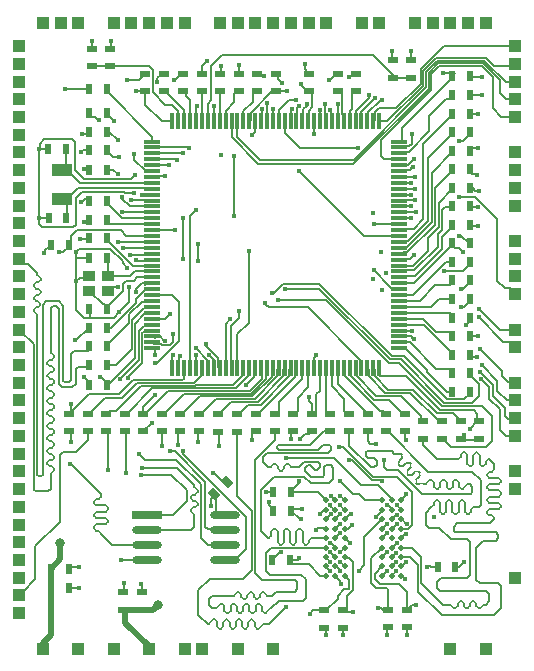
<source format=gtl>
G04*
G04 #@! TF.GenerationSoftware,Altium Limited,Altium Designer,19.1.9 (167)*
G04*
G04 Layer_Physical_Order=1*
G04 Layer_Color=255*
%FSLAX44Y44*%
%MOMM*%
G71*
G01*
G75*
%ADD10C,0.5000*%
%ADD11C,0.2000*%
%ADD13C,0.5000*%
%ADD14R,0.6000X0.9000*%
%ADD15R,1.0000X0.9000*%
%ADD16R,1.8000X1.0000*%
%ADD17R,1.3500X0.3500*%
%ADD18R,0.3500X1.3500*%
%ADD19O,2.5000X0.7000*%
%ADD20R,2.5000X0.7000*%
%ADD21R,0.9000X0.6000*%
G04:AMPARAMS|DCode=22|XSize=0.6mm|YSize=0.9mm|CornerRadius=0mm|HoleSize=0mm|Usage=FLASHONLY|Rotation=45.000|XOffset=0mm|YOffset=0mm|HoleType=Round|Shape=Rectangle|*
%AMROTATEDRECTD22*
4,1,4,0.1061,-0.5303,-0.5303,0.1061,-0.1061,0.5303,0.5303,-0.1061,0.1061,-0.5303,0.0*
%
%ADD22ROTATEDRECTD22*%

%ADD24C,0.4000*%
%ADD25C,0.8000*%
%ADD26C,0.1300*%
%ADD27R,1.1000X1.1000*%
D10*
X113250Y32500D02*
X117500Y36750D01*
X103750Y32500D02*
X113250D01*
X20000Y5000D02*
X26750Y11750D01*
Y51500D01*
X89250Y32500D02*
X103750D01*
X89750Y22000D02*
X110000Y1750D01*
X89750Y22000D02*
Y32000D01*
X89250Y32500D02*
X89750Y32000D01*
X88048Y32500D02*
X89250D01*
X110000Y0D02*
Y1750D01*
X34750Y75750D02*
Y89250D01*
X26750Y67750D02*
X34750Y75750D01*
X26750Y51500D02*
Y67750D01*
D11*
X307500Y77750D02*
X311254Y81504D01*
X311515D01*
X48250Y359000D02*
Y381750D01*
X45750Y356500D02*
X48250Y359000D01*
Y381750D02*
X52750Y386250D01*
X19500Y356500D02*
X45750D01*
X52750Y386250D02*
X88907D01*
X16750Y359250D02*
X19500Y356500D01*
X16750Y359250D02*
Y364500D01*
X238500Y478000D02*
X238883Y477617D01*
Y476867D02*
Y477617D01*
Y476867D02*
X244000Y471750D01*
X245500D01*
X271513Y73504D02*
X275500Y69517D01*
Y69500D02*
Y69517D01*
X88907Y386250D02*
X89407Y385750D01*
X97500D01*
X311509Y65503D02*
X311515D01*
X307506Y61500D02*
X311509Y65503D01*
X307500Y61500D02*
X307506D01*
X211500Y124000D02*
X211883Y123617D01*
Y121415D02*
Y123617D01*
Y121415D02*
X215250Y118048D01*
Y116547D02*
Y118048D01*
X248250Y458250D02*
Y469750D01*
X246250Y471750D02*
X248250Y469750D01*
X245500Y471750D02*
X246250D01*
X245500Y455500D02*
X248250Y458250D01*
X245500Y447000D02*
Y455500D01*
X244750Y446250D02*
X245500Y447000D01*
X372750Y349500D02*
X374250D01*
X380750Y343000D01*
X214000Y75250D02*
X220504Y81754D01*
X221261D01*
X165250Y128700D02*
Y129750D01*
X162000Y121000D02*
Y126500D01*
X165250Y129750D01*
Y130520D01*
X208750Y132750D02*
X214750D01*
X215250Y132250D01*
X271504Y81504D02*
X271513D01*
X271500Y81500D02*
X275500Y85500D01*
X323500Y125500D02*
X327750Y129750D01*
Y130500D01*
X274500Y11250D02*
Y16000D01*
X274000Y16500D02*
X274500Y16000D01*
X274000Y16500D02*
Y17250D01*
X307500Y77500D02*
Y77750D01*
Y93500D02*
X311500Y97500D01*
X326500Y58500D02*
X326500D01*
X323500Y61500D02*
X326500Y58500D01*
X372250Y69000D02*
X376750Y73500D01*
X369250Y69000D02*
X372250D01*
X327952Y12298D02*
X328500Y11750D01*
X327952Y12298D02*
Y18000D01*
X311500Y11500D02*
X311750Y11250D01*
X311500Y11500D02*
Y17250D01*
X312250Y18000D01*
X259500Y11250D02*
Y16000D01*
X258250Y17250D02*
X259500Y16000D01*
X381500Y484250D02*
X391500D01*
X381250Y484500D02*
X381500Y484250D01*
X383250Y468487D02*
X391750D01*
X382215Y467453D02*
X383250Y468487D01*
X381250Y467453D02*
X382215D01*
X374000Y177250D02*
X376518Y179768D01*
Y181009D01*
X24848Y364500D02*
X25000Y364347D01*
X16750Y364500D02*
X24848D01*
X17000Y422750D02*
X24750D01*
X16875Y422625D02*
X17000Y422750D01*
X17250Y423000D01*
Y427500D01*
X21000Y431250D01*
X44750D01*
X47250Y428750D01*
Y405197D02*
Y428750D01*
Y405197D02*
X54947Y397500D01*
X94250D01*
X98000Y401250D01*
X51359Y314109D02*
X57609D01*
X58750Y315250D01*
X48000Y310750D02*
X51359Y314109D01*
X93000Y293250D02*
Y305750D01*
X84750Y285000D02*
X93000Y293250D01*
X59500Y280250D02*
X80000D01*
X54750D02*
X59500D01*
X58750Y287500D02*
X59500Y286750D01*
Y280250D02*
Y286750D01*
X58750Y287500D02*
X59250D01*
X80000Y280250D02*
X84750Y285000D01*
X48000Y287000D02*
X54750Y280250D01*
X48000Y287000D02*
Y310750D01*
Y330863D01*
X50750Y338500D02*
X77000D01*
X48000Y335750D02*
X50750Y338500D01*
X48000Y330863D02*
Y335750D01*
Y330863D02*
X59250D01*
X87750Y326020D02*
Y327750D01*
Y326020D02*
X91504Y322266D01*
X77000Y338500D02*
X87750Y327750D01*
X16750Y364500D02*
X16875Y364625D01*
Y422625D01*
X136250Y246844D02*
Y247250D01*
X135500Y246094D02*
X136250Y246844D01*
X135500Y238000D02*
Y246094D01*
X134750Y237250D02*
X135500Y238000D01*
X68500Y229750D02*
X69000D01*
X76000Y222750D01*
X54750Y229750D02*
X55037Y229463D01*
X55787D01*
X60250Y225000D01*
Y224250D02*
Y225000D01*
Y224250D02*
X61000Y223500D01*
Y222750D02*
Y223500D01*
X75250Y303000D02*
X78500Y306250D01*
X83750D01*
X91000Y481000D02*
X101500D01*
X107250Y486750D01*
X106595D02*
X107250D01*
X242000Y490250D02*
Y495000D01*
Y490250D02*
X245500Y486750D01*
X219141Y482359D02*
Y485109D01*
X217500Y486750D02*
X219141Y485109D01*
Y482359D02*
X222500Y479000D01*
X217405Y486750D02*
X217500D01*
X380750Y343000D02*
X381750D01*
X88500Y47952D02*
Y55500D01*
X88048Y47500D02*
X88500Y47952D01*
X103500Y55000D02*
X103750Y54750D01*
Y47500D02*
Y54750D01*
X41750Y51500D02*
X50500D01*
X43000Y69000D02*
X51000D01*
X41750Y67750D02*
X43000Y69000D01*
X373750Y177250D02*
X374000D01*
X388952Y176750D02*
X389453Y177250D01*
X376250Y176750D02*
X388952D01*
X85800Y74950D02*
X107802D01*
X166311Y115633D02*
Y127639D01*
X165250Y128700D02*
X166311Y127639D01*
Y115633D02*
X168944Y113000D01*
X173853D01*
D13*
X259500Y125500D02*
D03*
Y117500D02*
D03*
Y109500D02*
D03*
Y101500D02*
D03*
Y93500D02*
D03*
Y85500D02*
D03*
Y77500D02*
D03*
Y69500D02*
D03*
Y61500D02*
D03*
X267500Y125500D02*
D03*
Y117500D02*
D03*
Y109500D02*
D03*
Y101500D02*
D03*
Y93500D02*
D03*
Y85500D02*
D03*
Y77500D02*
D03*
Y69500D02*
D03*
Y61500D02*
D03*
X275500Y125500D02*
D03*
Y117500D02*
D03*
Y109500D02*
D03*
Y101500D02*
D03*
Y93500D02*
D03*
Y85500D02*
D03*
Y77500D02*
D03*
Y69500D02*
D03*
Y61500D02*
D03*
X307500Y125500D02*
D03*
Y117500D02*
D03*
Y109500D02*
D03*
Y101500D02*
D03*
Y93500D02*
D03*
Y85500D02*
D03*
Y77500D02*
D03*
Y69500D02*
D03*
Y61500D02*
D03*
X315500Y125500D02*
D03*
Y117500D02*
D03*
Y109500D02*
D03*
Y101500D02*
D03*
Y93500D02*
D03*
Y85500D02*
D03*
Y77500D02*
D03*
Y69500D02*
D03*
Y61500D02*
D03*
X323500Y125500D02*
D03*
Y117500D02*
D03*
Y109500D02*
D03*
Y101500D02*
D03*
Y93500D02*
D03*
Y85500D02*
D03*
Y77500D02*
D03*
Y69500D02*
D03*
Y61500D02*
D03*
D14*
X230250Y116547D02*
D03*
X215250D02*
D03*
X381250Y390155D02*
D03*
X366250D02*
D03*
X381750Y374453D02*
D03*
X366750D02*
D03*
X381750Y358750D02*
D03*
X366750D02*
D03*
X381750Y327298D02*
D03*
X366750D02*
D03*
X366750Y233082D02*
D03*
X381750D02*
D03*
X381750Y311595D02*
D03*
X366750D02*
D03*
X366750Y217380D02*
D03*
X381750D02*
D03*
X381750Y295892D02*
D03*
X366750D02*
D03*
X74250Y347453D02*
D03*
X59250D02*
D03*
X381750Y280190D02*
D03*
X366750D02*
D03*
X381750Y264487D02*
D03*
X366750D02*
D03*
X381750Y248785D02*
D03*
X366750D02*
D03*
X74250Y363155D02*
D03*
X59250D02*
D03*
X74250Y378858D02*
D03*
X59250D02*
D03*
X74250Y405500D02*
D03*
X59250D02*
D03*
X74250Y421750D02*
D03*
X59250D02*
D03*
X74250Y437500D02*
D03*
X59250D02*
D03*
X74250Y453500D02*
D03*
X59250D02*
D03*
X381500Y452965D02*
D03*
X366500D02*
D03*
X381500Y437263D02*
D03*
X366500D02*
D03*
X381500Y421560D02*
D03*
X366500D02*
D03*
X381250Y405858D02*
D03*
X366250D02*
D03*
X59250Y240047D02*
D03*
X74250D02*
D03*
X74250Y473453D02*
D03*
X59250D02*
D03*
X59250Y256000D02*
D03*
X74250D02*
D03*
X59250Y271798D02*
D03*
X74250D02*
D03*
X41750Y67750D02*
D03*
X26750D02*
D03*
X41750Y51500D02*
D03*
X26750D02*
D03*
X369250Y69000D02*
D03*
X354250D02*
D03*
X215250Y132250D02*
D03*
X230250D02*
D03*
X214000Y75250D02*
D03*
X229000D02*
D03*
X381500Y468750D02*
D03*
X366500D02*
D03*
X381250Y484500D02*
D03*
X366250D02*
D03*
X381750Y343000D02*
D03*
X366750D02*
D03*
X59250Y287500D02*
D03*
X74250D02*
D03*
X59250Y330863D02*
D03*
X74250D02*
D03*
X59250Y222750D02*
D03*
X74250D02*
D03*
X26750Y341750D02*
D03*
X41750D02*
D03*
X25000Y364347D02*
D03*
X40000D02*
D03*
X24750Y422750D02*
D03*
X39750D02*
D03*
D15*
X75250Y303000D02*
D03*
Y315250D02*
D03*
X58750Y303000D02*
D03*
Y315250D02*
D03*
D16*
X36250Y380250D02*
D03*
Y405250D02*
D03*
D17*
X112750Y429250D02*
D03*
Y424250D02*
D03*
Y419250D02*
D03*
Y414250D02*
D03*
Y409250D02*
D03*
Y404250D02*
D03*
Y399250D02*
D03*
Y394250D02*
D03*
Y389250D02*
D03*
Y384250D02*
D03*
Y379250D02*
D03*
Y374250D02*
D03*
Y369250D02*
D03*
Y364250D02*
D03*
Y359250D02*
D03*
Y354250D02*
D03*
Y349250D02*
D03*
Y344250D02*
D03*
Y339250D02*
D03*
Y334250D02*
D03*
Y329250D02*
D03*
Y324250D02*
D03*
Y319250D02*
D03*
Y314250D02*
D03*
Y309250D02*
D03*
Y304250D02*
D03*
Y299250D02*
D03*
Y294250D02*
D03*
Y289250D02*
D03*
Y284250D02*
D03*
Y279250D02*
D03*
Y274250D02*
D03*
Y269250D02*
D03*
Y264250D02*
D03*
Y259250D02*
D03*
Y254250D02*
D03*
X321750D02*
D03*
Y259250D02*
D03*
Y264250D02*
D03*
Y269250D02*
D03*
Y274250D02*
D03*
Y279250D02*
D03*
Y284250D02*
D03*
Y289250D02*
D03*
Y294250D02*
D03*
Y299250D02*
D03*
Y304250D02*
D03*
Y309250D02*
D03*
Y314250D02*
D03*
Y319250D02*
D03*
Y324250D02*
D03*
Y329250D02*
D03*
Y334250D02*
D03*
Y339250D02*
D03*
Y344250D02*
D03*
Y349250D02*
D03*
Y354250D02*
D03*
Y359250D02*
D03*
Y364250D02*
D03*
Y369250D02*
D03*
Y374250D02*
D03*
Y379250D02*
D03*
Y384250D02*
D03*
Y389250D02*
D03*
Y394250D02*
D03*
Y399250D02*
D03*
Y404250D02*
D03*
Y409250D02*
D03*
Y414250D02*
D03*
Y419250D02*
D03*
Y424250D02*
D03*
Y429250D02*
D03*
D18*
X129750Y237250D02*
D03*
X134750D02*
D03*
X139750D02*
D03*
X144750D02*
D03*
X149750D02*
D03*
X154750D02*
D03*
X159750D02*
D03*
X164750D02*
D03*
X169750D02*
D03*
X174750D02*
D03*
X179750D02*
D03*
X184750D02*
D03*
X189750D02*
D03*
X194750D02*
D03*
X199750D02*
D03*
X204750D02*
D03*
X209750D02*
D03*
X214750D02*
D03*
X219750D02*
D03*
X224750D02*
D03*
X229750D02*
D03*
X234750D02*
D03*
X239750D02*
D03*
X244750D02*
D03*
X249750D02*
D03*
X254750D02*
D03*
X259750D02*
D03*
X264750D02*
D03*
X269750D02*
D03*
X274750D02*
D03*
X279750D02*
D03*
X284750D02*
D03*
X289750D02*
D03*
X294750D02*
D03*
X299750D02*
D03*
X304750D02*
D03*
Y446250D02*
D03*
X299750D02*
D03*
X294750D02*
D03*
X289750D02*
D03*
X284750D02*
D03*
X279750D02*
D03*
X274750D02*
D03*
X269750D02*
D03*
X264750D02*
D03*
X259750D02*
D03*
X254750D02*
D03*
X249750D02*
D03*
X244750D02*
D03*
X239750D02*
D03*
X234750D02*
D03*
X229750D02*
D03*
X224750D02*
D03*
X219750D02*
D03*
X214750D02*
D03*
X209750D02*
D03*
X204750D02*
D03*
X199750D02*
D03*
X194750D02*
D03*
X189750D02*
D03*
X184750D02*
D03*
X179750D02*
D03*
X174750D02*
D03*
X169750D02*
D03*
X164750D02*
D03*
X159750D02*
D03*
X154750D02*
D03*
X149750D02*
D03*
X144750D02*
D03*
X139750D02*
D03*
X134750D02*
D03*
X129750D02*
D03*
D19*
X173853Y74900D02*
D03*
Y87600D02*
D03*
Y100300D02*
D03*
Y113000D02*
D03*
X107852Y74900D02*
D03*
Y87600D02*
D03*
Y100300D02*
D03*
D20*
Y113000D02*
D03*
D21*
X316250Y483000D02*
D03*
Y498000D02*
D03*
X331953Y498000D02*
D03*
Y483000D02*
D03*
X61500Y493000D02*
D03*
Y508000D02*
D03*
X77203Y508000D02*
D03*
Y493000D02*
D03*
X152203Y198750D02*
D03*
Y183750D02*
D03*
X136500Y198750D02*
D03*
Y183750D02*
D03*
X120798Y198750D02*
D03*
Y183750D02*
D03*
X89392Y198750D02*
D03*
Y183750D02*
D03*
X73690Y198750D02*
D03*
Y183750D02*
D03*
X357703Y192250D02*
D03*
Y177250D02*
D03*
X154500Y471750D02*
D03*
Y486750D02*
D03*
X170203Y471750D02*
D03*
Y486750D02*
D03*
X186000Y471750D02*
D03*
Y486750D02*
D03*
X269750Y486750D02*
D03*
Y471750D02*
D03*
X285452Y486750D02*
D03*
Y471750D02*
D03*
X201702Y486750D02*
D03*
Y471750D02*
D03*
X342000Y192250D02*
D03*
Y177250D02*
D03*
X326297Y198750D02*
D03*
Y183750D02*
D03*
X310595Y198750D02*
D03*
Y183750D02*
D03*
X294892Y198750D02*
D03*
Y183750D02*
D03*
X279190Y198750D02*
D03*
Y183750D02*
D03*
X263487Y198750D02*
D03*
Y183750D02*
D03*
X232082Y198750D02*
D03*
Y183750D02*
D03*
X216380Y198750D02*
D03*
Y183750D02*
D03*
X200677Y198750D02*
D03*
Y183750D02*
D03*
X57987Y198750D02*
D03*
Y183750D02*
D03*
X184250Y183500D02*
D03*
Y198500D02*
D03*
X122297Y471750D02*
D03*
Y486750D02*
D03*
X167905Y183500D02*
D03*
Y198500D02*
D03*
X138798Y471750D02*
D03*
Y486750D02*
D03*
X103750Y47500D02*
D03*
Y32500D02*
D03*
X88048Y47500D02*
D03*
Y32500D02*
D03*
X327952Y18000D02*
D03*
Y33000D02*
D03*
X312250Y18000D02*
D03*
Y33000D02*
D03*
X274000Y17250D02*
D03*
Y32250D02*
D03*
X258250Y17250D02*
D03*
Y32250D02*
D03*
X373750Y177250D02*
D03*
Y192250D02*
D03*
X106595Y486750D02*
D03*
Y471750D02*
D03*
X217405Y486750D02*
D03*
Y471750D02*
D03*
X245500Y486750D02*
D03*
Y471750D02*
D03*
X389453Y177250D02*
D03*
Y192250D02*
D03*
X247785Y183750D02*
D03*
Y198750D02*
D03*
X105095Y183750D02*
D03*
Y198750D02*
D03*
X42285Y183750D02*
D03*
Y198750D02*
D03*
D22*
X165250Y130520D02*
D03*
X175857Y141126D02*
D03*
D24*
X389250Y280500D02*
D03*
X306500Y336000D02*
D03*
X286750Y423500D02*
D03*
X311472Y121307D02*
D03*
X120506Y171758D02*
D03*
X197250Y176750D02*
D03*
X311515Y81504D02*
D03*
X116750Y479500D02*
D03*
X52441Y377750D02*
D03*
X271513Y73504D02*
D03*
X129860Y248116D02*
D03*
X99000Y302000D02*
D03*
X209750Y461500D02*
D03*
X243250Y461000D02*
D03*
X236511Y459022D02*
D03*
X231011Y457022D02*
D03*
X269500Y461000D02*
D03*
X258750Y461250D02*
D03*
X296250Y469000D02*
D03*
X158500Y258000D02*
D03*
X375750Y336000D02*
D03*
X372750Y349500D02*
D03*
X333016Y407770D02*
D03*
X372114Y429973D02*
D03*
X86750Y369500D02*
D03*
X94250Y379500D02*
D03*
X97500Y385750D02*
D03*
X138250Y329500D02*
D03*
X213750Y300750D02*
D03*
X178759Y279014D02*
D03*
X130000Y266500D02*
D03*
X43250Y156250D02*
D03*
X44000Y207250D02*
D03*
X92000Y228750D02*
D03*
X192000Y223500D02*
D03*
X319516Y121506D02*
D03*
X327516Y97255D02*
D03*
X319496Y113275D02*
D03*
X319516Y105505D02*
D03*
Y89504D02*
D03*
X319266Y81254D02*
D03*
Y73254D02*
D03*
X311515Y65503D02*
D03*
X221261Y81754D02*
D03*
X127825Y166850D02*
D03*
X101750Y164600D02*
D03*
X162000Y121000D02*
D03*
X211500Y124000D02*
D03*
X208750Y132750D02*
D03*
X271513Y65503D02*
D03*
X263513D02*
D03*
Y81504D02*
D03*
X271513D02*
D03*
Y97505D02*
D03*
X251000Y100500D02*
D03*
X271513Y105505D02*
D03*
X280500Y113500D02*
D03*
X263513Y121506D02*
D03*
X271278Y121500D02*
D03*
X263634Y113505D02*
D03*
X271500Y113500D02*
D03*
X327750Y130500D02*
D03*
X185750Y494000D02*
D03*
X262250Y481250D02*
D03*
X67250Y447250D02*
D03*
X274500Y11250D02*
D03*
X283000Y30750D02*
D03*
X246000Y29500D02*
D03*
X237000Y76250D02*
D03*
X287264Y65503D02*
D03*
X226000Y35250D02*
D03*
X336250Y37250D02*
D03*
X311500Y97500D02*
D03*
X237000Y141500D02*
D03*
X238500Y109250D02*
D03*
X304000Y34000D02*
D03*
X326500Y58500D02*
D03*
X391500Y240250D02*
D03*
X390500Y234500D02*
D03*
X391000Y228250D02*
D03*
X334000Y262250D02*
D03*
X389750Y253750D02*
D03*
X376750Y73500D02*
D03*
X345500Y69000D02*
D03*
X328500Y11750D02*
D03*
X311750Y11250D02*
D03*
X259500Y11250D02*
D03*
X280250Y89750D02*
D03*
X239250Y118250D02*
D03*
X271500Y141750D02*
D03*
X279499Y159750D02*
D03*
X307250Y141500D02*
D03*
X311500Y105500D02*
D03*
X309250Y160000D02*
D03*
X302250Y173500D02*
D03*
X151750Y342750D02*
D03*
X151500Y328250D02*
D03*
X55000Y406250D02*
D03*
X138250Y364500D02*
D03*
X52000Y420000D02*
D03*
X53250Y435250D02*
D03*
X55000Y360750D02*
D03*
X226000Y161500D02*
D03*
X271763Y129506D02*
D03*
X263750Y129250D02*
D03*
X170750Y493500D02*
D03*
X182000Y417250D02*
D03*
Y366250D02*
D03*
X270500Y170500D02*
D03*
X130750Y481250D02*
D03*
X328000Y105750D02*
D03*
X350750Y111250D02*
D03*
X389000Y387750D02*
D03*
X387750Y400750D02*
D03*
X388500Y423500D02*
D03*
X388750Y452750D02*
D03*
X391500Y484250D02*
D03*
X358500Y487500D02*
D03*
X391750Y468487D02*
D03*
X230000Y177250D02*
D03*
X263500Y89500D02*
D03*
X169250Y171500D02*
D03*
X254500Y114000D02*
D03*
X47500Y261000D02*
D03*
X151750Y175000D02*
D03*
X134750Y172250D02*
D03*
X302000Y111750D02*
D03*
X90500Y148250D02*
D03*
X75000Y151250D02*
D03*
X207250Y484750D02*
D03*
X281500Y104750D02*
D03*
X263453Y73563D02*
D03*
X263013Y456272D02*
D03*
X254250Y456000D02*
D03*
X279500Y484000D02*
D03*
X327250Y176500D02*
D03*
X272250Y54500D02*
D03*
X388250Y373750D02*
D03*
X388500Y357500D02*
D03*
X387750Y247000D02*
D03*
X388750Y264500D02*
D03*
X376518Y181009D02*
D03*
X327750Y73250D02*
D03*
X319250Y65250D02*
D03*
X378500Y274000D02*
D03*
X104250Y383750D02*
D03*
X17000Y422750D02*
D03*
X98000Y401250D02*
D03*
X93000Y305750D02*
D03*
X84750Y285000D02*
D03*
X48000Y310750D02*
D03*
Y335750D02*
D03*
X91504Y322266D02*
D03*
X87250Y382250D02*
D03*
X16750Y364500D02*
D03*
X136250Y247250D02*
D03*
X161000Y248250D02*
D03*
X114750Y214500D02*
D03*
X68500Y229750D02*
D03*
X54750D02*
D03*
X33500Y335750D02*
D03*
X91000Y481000D02*
D03*
X242000Y495000D02*
D03*
X222500Y479000D02*
D03*
X171000Y418250D02*
D03*
X158750Y497250D02*
D03*
X88500Y55500D02*
D03*
X103500Y55000D02*
D03*
X50500Y51500D02*
D03*
X51000Y69000D02*
D03*
X237500Y177250D02*
D03*
X43750Y175250D02*
D03*
X85000Y228000D02*
D03*
X112500Y191000D02*
D03*
X194500Y336250D02*
D03*
X115250Y241750D02*
D03*
X123750Y260500D02*
D03*
X127750Y283250D02*
D03*
X186250Y285500D02*
D03*
X208500Y292750D02*
D03*
X115250Y248750D02*
D03*
X149250D02*
D03*
Y254500D02*
D03*
X219250Y295000D02*
D03*
X381250Y186000D02*
D03*
X225250Y304750D02*
D03*
X389250Y287750D02*
D03*
X334000Y333000D02*
D03*
X332250Y269250D02*
D03*
X359250Y319750D02*
D03*
X372750Y382500D02*
D03*
X306750Y464250D02*
D03*
X238500Y478000D02*
D03*
X334250Y414500D02*
D03*
X331500Y364750D02*
D03*
X335250Y399000D02*
D03*
X331500Y394250D02*
D03*
X334750Y389250D02*
D03*
X331500Y384250D02*
D03*
X335000Y379500D02*
D03*
X331500Y374250D02*
D03*
X336000Y370000D02*
D03*
X332500Y435750D02*
D03*
X149250Y371000D02*
D03*
X316000Y505500D02*
D03*
X331750Y506000D02*
D03*
X301500Y466000D02*
D03*
X237000Y404500D02*
D03*
X234500Y464750D02*
D03*
X214500Y456500D02*
D03*
X205750Y456750D02*
D03*
X165000Y459250D02*
D03*
X150250Y459000D02*
D03*
X123000Y400000D02*
D03*
X144000Y424000D02*
D03*
X139000Y419250D02*
D03*
X133500Y414000D02*
D03*
X126750Y409250D02*
D03*
X87750Y339250D02*
D03*
X83250Y344250D02*
D03*
X93750Y333500D02*
D03*
X98750Y329250D02*
D03*
X83250Y430500D02*
D03*
X80250Y446750D02*
D03*
X84500Y415750D02*
D03*
X83250Y402000D02*
D03*
X131750Y354250D02*
D03*
X251500Y248500D02*
D03*
X300000Y320250D02*
D03*
X300500Y359500D02*
D03*
X77750Y514250D02*
D03*
X61250D02*
D03*
X245250Y212750D02*
D03*
X97250Y419000D02*
D03*
X21250Y334750D02*
D03*
X83750Y306250D02*
D03*
X226500Y471750D02*
D03*
X99000D02*
D03*
X197250Y434500D02*
D03*
X249500Y436000D02*
D03*
X85750Y75000D02*
D03*
X163871Y148313D02*
D03*
X374250Y289000D02*
D03*
X307000Y303250D02*
D03*
X138750Y167500D02*
D03*
X104000Y153100D02*
D03*
X103000Y146850D02*
D03*
X310500Y317750D02*
D03*
X299250Y312750D02*
D03*
X373750Y304000D02*
D03*
X299250Y368500D02*
D03*
X51726Y346726D02*
D03*
X38750Y474000D02*
D03*
D25*
X117500Y36750D02*
D03*
X34750Y89250D02*
D03*
D26*
X379580Y139000D02*
G03*
X377700Y137120I0J-1880D01*
G01*
X375580Y135000D02*
G03*
X377700Y137120I0J2120D01*
G01*
X372400D02*
G03*
X374520Y135000I2120J0D01*
G01*
X372400Y140880D02*
G03*
X370280Y143000I-2120J0D01*
G01*
X369220D02*
G03*
X367100Y140880I0J-2120D01*
G01*
X364980Y135000D02*
G03*
X367100Y137120I0J2120D01*
G01*
X361800D02*
G03*
X363920Y135000I2120J0D01*
G01*
X361800Y140880D02*
G03*
X359680Y143000I-2120J0D01*
G01*
X358620D02*
G03*
X356500Y140880I0J-2120D01*
G01*
X354380Y135000D02*
G03*
X356500Y137120I0J2120D01*
G01*
X351200D02*
G03*
X353320Y135000I2120J0D01*
G01*
X351200Y140880D02*
G03*
X349080Y143000I-2120J0D01*
G01*
X348020D02*
G03*
X345900Y140880I0J-2120D01*
G01*
X344020Y139000D02*
G03*
X345900Y140880I0J1880D01*
G01*
X317561Y164689D02*
G03*
X320220Y164689I1329J1329D01*
G01*
X323218D02*
G03*
X320220Y164689I-1499J-1499D01*
G01*
X323967Y160942D02*
G03*
X323967Y163940I-1499J1499D01*
G01*
X321309Y158283D02*
G03*
X321309Y155285I1499J-1499D01*
G01*
X322058Y154535D02*
G03*
X325056Y154535I1499J1499D01*
G01*
X330713Y157194D02*
G03*
X327715Y157194I-1499J-1499D01*
G01*
X331463Y153446D02*
G03*
X331463Y156444I-1499J1499D01*
G01*
X328804Y150787D02*
G03*
X328804Y147789I1499J-1499D01*
G01*
X329553Y147040D02*
G03*
X332551Y147040I1499J1499D01*
G01*
X338208Y149698D02*
G03*
X335210Y149698I-1499J-1499D01*
G01*
X338958Y145951D02*
G03*
X338958Y148949I-1499J1499D01*
G01*
X336299Y143292D02*
G03*
X336299Y140294I1499J-1499D01*
G01*
X337049Y139544D02*
G03*
X340047Y139544I1499J1499D01*
G01*
X342705Y139544D02*
G03*
X340047Y139544I-1329J-1329D01*
G01*
X371780Y160250D02*
G03*
X373900Y162370I0J2120D01*
G01*
X376020Y166250D02*
G03*
X373900Y164130I0J-2120D01*
G01*
X379200D02*
G03*
X377080Y166250I-2120J0D01*
G01*
X379200Y156370D02*
G03*
X381320Y154250I2120J0D01*
G01*
X382380D02*
G03*
X384500Y156370I0J2120D01*
G01*
X386620Y166250D02*
G03*
X384500Y164130I0J-2120D01*
G01*
X389800D02*
G03*
X387680Y166250I-2120J0D01*
G01*
X389800Y156370D02*
G03*
X391920Y154250I2120J0D01*
G01*
X392980D02*
G03*
X395100Y156370I0J2120D01*
G01*
X397220Y160250D02*
G03*
X395100Y158130I0J-2120D01*
G01*
X399880Y149750D02*
G03*
X402000Y151870I0J2120D01*
G01*
X398120Y149750D02*
G03*
X396000Y147630I0J-2120D01*
G01*
Y146570D02*
G03*
X398120Y144450I2120J0D01*
G01*
X408000Y142330D02*
G03*
X405880Y144450I-2120J0D01*
G01*
Y139150D02*
G03*
X408000Y141270I0J2120D01*
G01*
X398120Y139150D02*
G03*
X396000Y137030I0J-2120D01*
G01*
Y135970D02*
G03*
X398120Y133850I2120J0D01*
G01*
X408000Y131730D02*
G03*
X405880Y133850I-2120J0D01*
G01*
Y128550D02*
G03*
X408000Y130670I0J2120D01*
G01*
X398120Y128550D02*
G03*
X396000Y126430I0J-2120D01*
G01*
Y125370D02*
G03*
X398120Y123250I2120J0D01*
G01*
X408000Y121130D02*
G03*
X405880Y123250I-2120J0D01*
G01*
Y117950D02*
G03*
X408000Y120070I0J2120D01*
G01*
X398120Y117950D02*
G03*
X396000Y115830I0J-2120D01*
G01*
Y114770D02*
G03*
X398120Y112650I2120J0D01*
G01*
X402000Y110530D02*
G03*
X399880Y112650I-2120J0D01*
G01*
X384820Y119750D02*
G03*
X382700Y117630I0J-2120D01*
G01*
X380580Y113750D02*
G03*
X382700Y115870I0J2120D01*
G01*
X377400D02*
G03*
X379520Y113750I2120J0D01*
G01*
X377400Y123630D02*
G03*
X375280Y125750I-2120J0D01*
G01*
X374220D02*
G03*
X372100Y123630I0J-2120D01*
G01*
X369980Y113750D02*
G03*
X372100Y115870I0J2120D01*
G01*
X366800D02*
G03*
X368920Y113750I2120J0D01*
G01*
X366800Y123630D02*
G03*
X364680Y125750I-2120J0D01*
G01*
X363620D02*
G03*
X361500Y123630I0J-2120D01*
G01*
X359380Y113750D02*
G03*
X361500Y115870I0J2120D01*
G01*
X356200D02*
G03*
X358320Y113750I2120J0D01*
G01*
X356200Y123630D02*
G03*
X354080Y125750I-2120J0D01*
G01*
X353020D02*
G03*
X350900Y123630I0J-2120D01*
G01*
X348780Y119750D02*
G03*
X350900Y121870I0J2120D01*
G01*
X365850Y36120D02*
G03*
X364970Y37000I-880J0D01*
G01*
X365850Y36120D02*
G03*
X367970Y34000I2120J0D01*
G01*
X369030D02*
G03*
X371150Y36120I0J2120D01*
G01*
X373270Y40000D02*
G03*
X371150Y37880I0J-2120D01*
G01*
X376450D02*
G03*
X374330Y40000I-2120J0D01*
G01*
X376450Y36120D02*
G03*
X378570Y34000I2120J0D01*
G01*
X379630D02*
G03*
X381750Y36120I0J2120D01*
G01*
X383870Y40000D02*
G03*
X381750Y37880I0J-2120D01*
G01*
X387050D02*
G03*
X384930Y40000I-2120J0D01*
G01*
X387050Y36120D02*
G03*
X389170Y34000I2120J0D01*
G01*
X390230D02*
G03*
X392350Y36120I0J2120D01*
G01*
X393230Y37000D02*
G03*
X392350Y36120I0J-880D01*
G01*
X229550Y154380D02*
G03*
X230430Y153500I880J0D01*
G01*
X229550Y154380D02*
G03*
X227430Y156500I-2120J0D01*
G01*
X226370D02*
G03*
X224250Y154380I0J-2120D01*
G01*
X222130Y150500D02*
G03*
X224250Y152620I0J2120D01*
G01*
X218950D02*
G03*
X221070Y150500I2120J0D01*
G01*
X218950Y154380D02*
G03*
X216830Y156500I-2120J0D01*
G01*
X215770D02*
G03*
X213650Y154380I0J-2120D01*
G01*
X212770Y153500D02*
G03*
X213650Y154380I0J880D01*
G01*
X247320Y93500D02*
G03*
X245200Y91380I0J-2120D01*
G01*
X243080Y87800D02*
G03*
X245200Y89920I0J2120D01*
G01*
X239900D02*
G03*
X242020Y87800I2120J0D01*
G01*
X239900Y99380D02*
G03*
X237780Y101500I-2120J0D01*
G01*
X236720D02*
G03*
X234600Y99380I0J-2120D01*
G01*
X232480Y87800D02*
G03*
X234600Y89920I0J2120D01*
G01*
X229300D02*
G03*
X231420Y87800I2120J0D01*
G01*
X229300Y99380D02*
G03*
X227180Y101500I-2120J0D01*
G01*
X226120D02*
G03*
X224000Y99380I0J-2120D01*
G01*
X221880Y87800D02*
G03*
X224000Y89920I0J2120D01*
G01*
X218700D02*
G03*
X220820Y87800I2120J0D01*
G01*
X218700Y99380D02*
G03*
X216580Y101500I-2120J0D01*
G01*
X215520D02*
G03*
X213400Y99380I0J-2120D01*
G01*
X211280Y93500D02*
G03*
X213400Y95620I0J2120D01*
G01*
X209150Y45630D02*
G03*
X210030Y44750I880J0D01*
G01*
X209150Y45630D02*
G03*
X207030Y47750I-2120J0D01*
G01*
X205970D02*
G03*
X203850Y45630I0J-2120D01*
G01*
X201730Y41750D02*
G03*
X203850Y43870I0J2120D01*
G01*
X198550D02*
G03*
X200670Y41750I2120J0D01*
G01*
X198550Y45630D02*
G03*
X196430Y47750I-2120J0D01*
G01*
X195370D02*
G03*
X193250Y45630I0J-2120D01*
G01*
X191130Y41750D02*
G03*
X193250Y43870I0J2120D01*
G01*
X187950D02*
G03*
X190070Y41750I2120J0D01*
G01*
X187950Y45630D02*
G03*
X185830Y47750I-2120J0D01*
G01*
X184770D02*
G03*
X182650Y45630I0J-2120D01*
G01*
X181770Y44750D02*
G03*
X182650Y45630I0J880D01*
G01*
X166570Y34000D02*
G03*
X168450Y35880I0J1880D01*
G01*
X170570Y38000D02*
G03*
X168450Y35880I0J-2120D01*
G01*
X173750D02*
G03*
X171630Y38000I-2120J0D01*
G01*
X173750Y32120D02*
G03*
X175870Y30000I2120J0D01*
G01*
X176930D02*
G03*
X179050Y32120I0J2120D01*
G01*
X181170Y38000D02*
G03*
X179050Y35880I0J-2120D01*
G01*
X184350D02*
G03*
X182230Y38000I-2120J0D01*
G01*
X184350Y32120D02*
G03*
X186470Y30000I2120J0D01*
G01*
X187530D02*
G03*
X189650Y32120I0J2120D01*
G01*
X191770Y38000D02*
G03*
X189650Y35880I0J-2120D01*
G01*
X194950D02*
G03*
X192830Y38000I-2120J0D01*
G01*
X194950Y32120D02*
G03*
X197070Y30000I2120J0D01*
G01*
X198130D02*
G03*
X200250Y32120I0J2120D01*
G01*
X202370Y38000D02*
G03*
X200250Y35880I0J-2120D01*
G01*
X205550D02*
G03*
X203430Y38000I-2120J0D01*
G01*
X205550Y32120D02*
G03*
X207670Y30000I2120J0D01*
G01*
X208730D02*
G03*
X210850Y32120I0J2120D01*
G01*
X212730Y34000D02*
G03*
X210850Y32120I0J-1880D01*
G01*
X206430Y20750D02*
G03*
X204550Y18870I0J-1880D01*
G01*
X202430Y16750D02*
G03*
X204550Y18870I0J2120D01*
G01*
X199250D02*
G03*
X201370Y16750I2120J0D01*
G01*
X199250Y22630D02*
G03*
X197130Y24750I-2120J0D01*
G01*
X196070D02*
G03*
X193950Y22630I0J-2120D01*
G01*
X191830Y16750D02*
G03*
X193950Y18870I0J2120D01*
G01*
X188650D02*
G03*
X190770Y16750I2120J0D01*
G01*
X188650Y22630D02*
G03*
X186530Y24750I-2120J0D01*
G01*
X185470D02*
G03*
X183350Y22630I0J-2120D01*
G01*
X181230Y16750D02*
G03*
X183350Y18870I0J2120D01*
G01*
X178050D02*
G03*
X180170Y16750I2120J0D01*
G01*
X178050Y22630D02*
G03*
X175930Y24750I-2120J0D01*
G01*
X174870D02*
G03*
X172750Y22630I0J-2120D01*
G01*
X170630Y16750D02*
G03*
X172750Y18870I0J2120D01*
G01*
X167450D02*
G03*
X169570Y16750I2120J0D01*
G01*
X167450Y22630D02*
G03*
X165330Y24750I-2120J0D01*
G01*
X164270D02*
G03*
X162150Y22630I0J-2120D01*
G01*
X160270Y20750D02*
G03*
X162150Y22630I0J1880D01*
G01*
X67130Y126400D02*
G03*
X69250Y128520I0J2120D01*
G01*
X65370Y126400D02*
G03*
X63250Y124280I0J-2120D01*
G01*
Y123220D02*
G03*
X65370Y121100I2120J0D01*
G01*
X75250Y118980D02*
G03*
X73130Y121100I-2120J0D01*
G01*
Y115800D02*
G03*
X75250Y117920I0J2120D01*
G01*
X65370Y115800D02*
G03*
X63250Y113680I0J-2120D01*
G01*
Y112620D02*
G03*
X65370Y110500I2120J0D01*
G01*
X75250Y108380D02*
G03*
X73130Y110500I-2120J0D01*
G01*
Y105200D02*
G03*
X75250Y107320I0J2120D01*
G01*
X65370Y105200D02*
G03*
X63250Y103080I0J-2120D01*
G01*
Y102020D02*
G03*
X65370Y99900I2120J0D01*
G01*
X69250Y97780D02*
G03*
X67130Y99900I-2120J0D01*
G01*
X148250Y113620D02*
G03*
X147370Y114500I-880J0D01*
G01*
X145250Y116620D02*
G03*
X147370Y114500I2120J0D01*
G01*
Y119800D02*
G03*
X145250Y117680I0J-2120D01*
G01*
X149080Y119800D02*
G03*
X151201Y121920I0J2120D01*
G01*
Y122980D02*
G03*
X149080Y125100I-2120J0D01*
G01*
X145250Y127220D02*
G03*
X147370Y125100I2120J0D01*
G01*
Y130400D02*
G03*
X145250Y128280I0J-2120D01*
G01*
X149080Y130400D02*
G03*
X151201Y132520I0J2120D01*
G01*
Y133580D02*
G03*
X149080Y135700I-2120J0D01*
G01*
X148250Y136531D02*
G03*
X149080Y135700I830J0D01*
G01*
X15250Y282670D02*
G03*
X14370Y283550I-880J0D01*
G01*
X12250Y285670D02*
G03*
X14370Y283550I2120J0D01*
G01*
Y288850D02*
G03*
X12250Y286730I0J-2120D01*
G01*
X15831Y288850D02*
G03*
X17951Y290970I0J2120D01*
G01*
Y292030D02*
G03*
X15831Y294150I-2120J0D01*
G01*
X12250Y296270D02*
G03*
X14370Y294150I2120J0D01*
G01*
Y299450D02*
G03*
X12250Y297330I0J-2120D01*
G01*
X16130Y299450D02*
G03*
X18250Y301570I0J2120D01*
G01*
Y302630D02*
G03*
X16130Y304750I-2120J0D01*
G01*
X12250Y306870D02*
G03*
X14370Y304750I2120J0D01*
G01*
Y310050D02*
G03*
X12250Y307930I0J-2120D01*
G01*
X16130Y310050D02*
G03*
X18250Y312170I0J2120D01*
G01*
Y313230D02*
G03*
X16130Y315350I-2120J0D01*
G01*
X15250Y316230D02*
G03*
X16130Y315350I880J0D01*
G01*
X27630Y148900D02*
G03*
X26750Y148020I0J-880D01*
G01*
X27630Y148900D02*
G03*
X29750Y151020I0J2120D01*
G01*
Y152080D02*
G03*
X27630Y154200I-2120J0D01*
G01*
X23750Y156320D02*
G03*
X25870Y154200I2120J0D01*
G01*
Y159500D02*
G03*
X23750Y157380I0J-2120D01*
G01*
X27630Y159500D02*
G03*
X29750Y161620I0J2120D01*
G01*
Y162680D02*
G03*
X27630Y164800I-2120J0D01*
G01*
X23750Y166920D02*
G03*
X25870Y164800I2120J0D01*
G01*
Y170100D02*
G03*
X23750Y167980I0J-2120D01*
G01*
X27630Y170100D02*
G03*
X29750Y172220I0J2120D01*
G01*
Y173280D02*
G03*
X27630Y175400I-2120J0D01*
G01*
X23750Y177520D02*
G03*
X25870Y175400I2120J0D01*
G01*
Y180700D02*
G03*
X23750Y178580I0J-2120D01*
G01*
X27630Y180700D02*
G03*
X29750Y182820I0J2120D01*
G01*
Y183880D02*
G03*
X27630Y186000I-2120J0D01*
G01*
X23750Y188120D02*
G03*
X25870Y186000I2120J0D01*
G01*
Y191300D02*
G03*
X23750Y189180I0J-2120D01*
G01*
X27630Y191300D02*
G03*
X29750Y193420I0J2120D01*
G01*
Y194480D02*
G03*
X27630Y196600I-2120J0D01*
G01*
X23750Y198720D02*
G03*
X25870Y196600I2120J0D01*
G01*
Y201900D02*
G03*
X23750Y199780I0J-2120D01*
G01*
X27630Y201900D02*
G03*
X29750Y204020I0J2120D01*
G01*
Y205080D02*
G03*
X27630Y207200I-2120J0D01*
G01*
X23750Y209320D02*
G03*
X25870Y207200I2120J0D01*
G01*
Y212500D02*
G03*
X23750Y210380I0J-2120D01*
G01*
X27630Y212500D02*
G03*
X29750Y214620I0J2120D01*
G01*
Y215680D02*
G03*
X27630Y217800I-2120J0D01*
G01*
X23750Y219920D02*
G03*
X25870Y217800I2120J0D01*
G01*
Y223100D02*
G03*
X23750Y220980I0J-2120D01*
G01*
X27630Y223100D02*
G03*
X29750Y225220I0J2120D01*
G01*
Y226280D02*
G03*
X27630Y228400I-2120J0D01*
G01*
X23750Y230520D02*
G03*
X25870Y228400I2120J0D01*
G01*
Y233700D02*
G03*
X23750Y231580I0J-2120D01*
G01*
X27630Y233700D02*
G03*
X29750Y235820I0J2120D01*
G01*
Y236880D02*
G03*
X27630Y239000I-2120J0D01*
G01*
X23750Y241120D02*
G03*
X25870Y239000I2120J0D01*
G01*
Y244300D02*
G03*
X23750Y242180I0J-2120D01*
G01*
X27630Y244300D02*
G03*
X29750Y246420I0J2120D01*
G01*
Y247480D02*
G03*
X27630Y249600I-2120J0D01*
G01*
X26750Y250480D02*
G03*
X27630Y249600I880J0D01*
G01*
X219750Y455750D02*
X228750Y464750D01*
X234500D01*
X219750Y446250D02*
Y455750D01*
X224750Y436831D02*
Y446250D01*
Y436831D02*
X238081Y423500D01*
X389250Y280500D02*
X409900Y259850D01*
X415150D01*
X420000Y255000D01*
X238081Y423500D02*
X286750D01*
X348250Y119750D02*
X348780D01*
X344015Y114985D02*
X348250Y119750D01*
X344000Y115000D02*
X344015Y114985D01*
X344000Y105000D02*
Y115000D01*
Y105000D02*
X346750Y102250D01*
X355750D01*
X365250Y92750D01*
X378750D01*
X381250Y90250D01*
Y62250D02*
Y90250D01*
X371000Y106250D02*
X398250D01*
X367750Y103000D02*
X371000Y106250D01*
X367750Y99500D02*
Y103000D01*
Y99500D02*
X368750Y98500D01*
X387000Y58262D02*
Y85250D01*
X368750Y98500D02*
X403750D01*
X405750Y96500D01*
Y93250D02*
Y96500D01*
X403750Y91250D02*
X405750Y93250D01*
X393000Y91250D02*
X403750D01*
X387000Y85250D02*
X393000Y91250D01*
X312443Y121307D02*
X316000Y117750D01*
X311472Y121307D02*
X312443D01*
X120506Y171758D02*
X120798Y172050D01*
Y183750D01*
X315750Y117500D02*
X316000Y117750D01*
X315500Y117500D02*
X315750D01*
X263513Y81496D02*
Y81504D01*
Y81496D02*
X267500Y77508D01*
Y77500D02*
Y77508D01*
X197250Y176750D02*
Y181400D01*
X199600Y183750D01*
X200677D01*
X116750Y482703D02*
X120797Y486750D01*
X116750Y479500D02*
Y482703D01*
X113100Y471114D02*
Y490078D01*
Y471114D02*
X123714Y460500D01*
X129250D01*
X77203Y493000D02*
X110178D01*
X113100Y490078D01*
X52441Y377750D02*
X53381D01*
X56900Y381269D01*
X59250Y378919D01*
X279500Y77000D02*
X283000Y73500D01*
Y49500D02*
Y73500D01*
X276000Y77000D02*
X279500D01*
X129750Y237250D02*
Y248006D01*
X129860Y248116D01*
X99000Y302000D02*
Y304250D01*
X104000Y309250D01*
X209750Y446500D02*
Y461500D01*
Y446500D02*
X210000Y446250D01*
X214417Y471750D02*
X217405D01*
X195850Y453183D02*
X214417Y471750D01*
X372600Y339150D02*
X375750Y336000D01*
X369100Y339150D02*
X372600D01*
X366750Y341500D02*
X369100Y339150D01*
X239875Y456375D02*
X243250Y459750D01*
Y461000D01*
X234875Y457386D02*
X236511Y459022D01*
X234875Y447875D02*
Y457386D01*
X239875Y447875D02*
Y456375D01*
X229750Y446250D02*
Y455761D01*
X231011Y457022D01*
X269500Y446250D02*
X269500Y446250D01*
Y461000D01*
X258750Y447250D02*
Y461250D01*
X296250Y466000D02*
Y469000D01*
X285200Y454950D02*
X296250Y466000D01*
X158500Y256000D02*
X168650Y245850D01*
X158500Y256000D02*
Y258000D01*
X330450Y405295D02*
X332925Y407770D01*
X333016D01*
X372114Y429973D02*
X375710D01*
X112250Y339500D02*
X112750Y339000D01*
X99500Y328500D02*
X113500D01*
X86838Y364250D02*
X112750D01*
X74250Y376838D02*
X86838Y364250D01*
X74250Y376838D02*
Y378858D01*
X86750Y369500D02*
X112500D01*
X94375Y379375D02*
X112625D01*
X94250Y379500D02*
X94375Y379375D01*
X138250Y329500D02*
Y364500D01*
X254100Y308400D02*
X315250Y247250D01*
X223738Y308400D02*
X254100D01*
X216088Y300750D02*
X223738Y308400D01*
X213750Y300750D02*
X216088D01*
X174750Y275005D02*
X178759Y279014D01*
X130000Y259250D02*
Y266500D01*
X43250Y156250D02*
X43850D01*
X68425Y131675D01*
X44000Y200465D02*
Y207250D01*
X43250Y199715D02*
X44000Y200465D01*
X92000Y228750D02*
Y229942D01*
X103550Y241492D01*
X96250Y227250D02*
X138000D01*
X84750Y215750D02*
X96250Y227250D01*
X59285Y215750D02*
X84750D01*
X99450Y224950D02*
X147937D01*
X86750Y212250D02*
X99450Y224950D01*
X72987Y212250D02*
X86750D01*
X192000Y223500D02*
X198650Y230150D01*
X245868Y172000D02*
X257618Y183750D01*
X219500Y172000D02*
X245868D01*
X218250Y170750D02*
X219500Y172000D01*
X218250Y169500D02*
Y170750D01*
X205100Y99150D02*
X210750Y93500D01*
X241350Y145150D02*
X246750Y139750D01*
X218250Y169500D02*
X219750Y168000D01*
X253000D01*
X257000Y172000D01*
X261750Y165500D02*
X264250Y168000D01*
X210000Y165500D02*
X261750D01*
X206750Y162250D02*
X210000Y165500D01*
X319516Y121484D02*
X323500Y117500D01*
X319516Y121484D02*
Y121506D01*
X327005Y97255D02*
X327516D01*
X323500Y93750D02*
X327005Y97255D01*
X315630Y109500D02*
X319405Y113275D01*
X319496D01*
X319505Y105505D02*
X319516D01*
X315500Y101500D02*
X319505Y105505D01*
X315750Y85500D02*
X319516Y89266D01*
Y89504D01*
X319004Y81254D02*
X319266D01*
X315500Y77750D02*
X319004Y81254D01*
X319004Y73254D02*
X319266D01*
X315500Y69750D02*
X319004Y73254D01*
X337750Y48250D02*
Y70500D01*
X330750Y77500D02*
X337750Y70500D01*
X323500Y77500D02*
X330750D01*
X208750Y65750D02*
Y81250D01*
Y65750D02*
X212250Y62250D01*
X208750Y81250D02*
X213000Y85500D01*
X212250Y62250D02*
X238750D01*
X213000Y85500D02*
X259500D01*
X127825Y166850D02*
X131900D01*
X133500Y153100D02*
X148250Y138350D01*
X104000Y153100D02*
X133500D01*
X141650Y124878D02*
Y134100D01*
X128900Y146850D02*
X141650Y134100D01*
X103000Y146850D02*
X128900D01*
X101750Y164500D02*
Y164600D01*
Y164500D02*
X106750Y159500D01*
X133000D01*
X205100Y99150D02*
Y134262D01*
X215988Y145150D02*
X241350D01*
X205100Y134262D02*
X215988Y145150D01*
X271513Y65503D02*
Y66003D01*
X271350Y66167D02*
X271513Y66003D01*
X263247Y65503D02*
X263513D01*
X259500Y69250D02*
X263247Y65503D01*
X271255Y97505D02*
X271513D01*
X267500Y93750D02*
X271255Y97505D01*
X252500Y102000D02*
X258750D01*
X251000Y100500D02*
X252500Y102000D01*
X267629Y101500D02*
X271513Y105384D01*
Y105505D01*
X280000Y113500D02*
X280500D01*
X271278Y121500D02*
X271385D01*
X275385Y117500D01*
X263513Y120987D02*
Y121506D01*
Y120987D02*
X267000Y117500D01*
X267500Y109500D02*
X271500Y113500D01*
X398250Y106250D02*
X402000Y110000D01*
X294750Y167000D02*
X305000D01*
X293750Y166000D02*
X294750Y167000D01*
X293750Y163000D02*
Y166000D01*
Y163000D02*
X295500Y161250D01*
X300250D01*
X303000Y158500D01*
Y155750D02*
Y158500D01*
X309250Y153500D02*
Y160000D01*
Y153500D02*
X311500Y151250D01*
X320750D01*
X341000Y131000D01*
X382500D01*
X383750Y132250D01*
Y137000D01*
X381750Y139000D02*
X383750Y137000D01*
X379580Y139000D02*
X381750D01*
X374520Y135000D02*
X375580D01*
X372400Y137120D02*
Y139000D01*
Y140880D01*
X369220Y143000D02*
X370280D01*
X367100Y139000D02*
Y140880D01*
Y137120D02*
Y139000D01*
X363920Y135000D02*
X364980D01*
X361800Y137120D02*
Y139000D01*
Y140880D01*
X358620Y143000D02*
X359680D01*
X356500Y139000D02*
Y140880D01*
Y137120D02*
Y139000D01*
X353320Y135000D02*
X354380D01*
X351200Y137120D02*
Y139000D01*
Y140880D01*
X348020Y143000D02*
X349080D01*
X343250Y139000D02*
X344020D01*
X383750Y149500D02*
X390750Y142500D01*
X346345Y149500D02*
X383750D01*
X312095Y183750D02*
X346345Y149500D01*
X315250Y167000D02*
X317561Y164689D01*
X323218D02*
X323967Y163940D01*
X322638Y159612D02*
X323967Y160942D01*
X321309Y158283D02*
X322638Y159612D01*
X321309Y155285D02*
X322058Y154535D01*
X325056D02*
X326385Y155864D01*
X327715Y157194D01*
X330713D02*
X331463Y156444D01*
X330133Y152117D02*
X331463Y153446D01*
X328804Y150787D02*
X330133Y152117D01*
X328804Y147789D02*
X329553Y147040D01*
X332551D02*
X333881Y148369D01*
X335210Y149698D01*
X338208D02*
X338958Y148949D01*
X337629Y144621D02*
X338958Y145951D01*
X336299Y143292D02*
X337629Y144621D01*
X336299Y140294D02*
X337049Y139544D01*
X342706Y139544D02*
X343250Y139000D01*
X305000Y167000D02*
X315250D01*
X300750Y153500D02*
X303000Y155750D01*
X297500Y153500D02*
X300750D01*
X279190Y171810D02*
X297500Y153500D01*
X279190Y171810D02*
Y183750D01*
X264000Y89500D02*
X268000Y85500D01*
X390750Y121500D02*
Y142500D01*
X389000Y119750D02*
X390750Y121500D01*
X353750Y160250D02*
X369000D01*
X371780D01*
X373900Y162370D02*
Y164130D01*
X376020Y166250D02*
X377080D01*
X379200Y160250D02*
Y164130D01*
Y156370D02*
Y160250D01*
X381320Y154250D02*
X382380D01*
X384500Y156370D02*
Y160250D01*
Y164130D01*
X386620Y166250D02*
X387680D01*
X389800Y160250D02*
Y164130D01*
Y156370D02*
Y160250D01*
X391920Y154250D02*
X392980D01*
X395100Y156370D02*
Y158130D01*
X397220Y160250D02*
X397750D01*
X342000Y172000D02*
X353750Y160250D01*
X342000Y172000D02*
Y177250D01*
X397750Y160250D02*
X402000Y156000D01*
Y155050D02*
Y156000D01*
Y151870D02*
Y155050D01*
X398120Y149750D02*
X399880D01*
X396000Y146570D02*
Y147630D01*
X398120Y144450D02*
X402000D01*
X405880D01*
X408000Y141270D02*
Y142330D01*
X402000Y139150D02*
X405880D01*
X398120D02*
X402000D01*
X396000Y135970D02*
Y137030D01*
X398120Y133850D02*
X402000D01*
X405880D01*
X408000Y130670D02*
Y131730D01*
X402000Y128550D02*
X405880D01*
X398120D02*
X402000D01*
X396000Y125370D02*
Y126430D01*
X398120Y123250D02*
X402000D01*
X405880D01*
X408000Y120070D02*
Y121130D01*
X402000Y117950D02*
X405880D01*
X398120D02*
X402000D01*
X396000Y114770D02*
Y115830D01*
X398120Y112650D02*
X399880D01*
X402000Y110000D02*
Y110530D01*
X385500Y119750D02*
X389000D01*
X384820D02*
X385500D01*
X382700Y115870D02*
Y117630D01*
X379520Y113750D02*
X380580D01*
X377400Y115870D02*
Y119750D01*
Y123630D01*
X374220Y125750D02*
X375280D01*
X372100Y119750D02*
Y123630D01*
Y115870D02*
Y119750D01*
X368920Y113750D02*
X369980D01*
X366800Y115870D02*
Y119750D01*
Y123630D01*
X363620Y125750D02*
X364680D01*
X361500Y119750D02*
Y123630D01*
Y115870D02*
Y119750D01*
X358320Y113750D02*
X359380D01*
X356200Y115870D02*
Y119750D01*
Y123630D01*
X353020Y125750D02*
X354080D01*
X350900Y121870D02*
Y123630D01*
X378750Y59750D02*
X381250Y62250D01*
X356750Y59750D02*
X378750D01*
X353500Y56500D02*
X356750Y59750D01*
X353500Y51500D02*
Y56500D01*
Y51500D02*
X356500Y48500D01*
X395500D01*
X398000Y46000D01*
Y40000D02*
Y46000D01*
X387000Y58262D02*
X389762Y55500D01*
X405250D01*
X407750Y53000D01*
Y34000D02*
Y53000D01*
X310595Y183750D02*
X312095D01*
X401750Y28000D02*
X407750Y34000D01*
X358000Y28000D02*
X401750D01*
X337750Y48250D02*
X358000Y28000D01*
X395000Y37000D02*
X398000Y40000D01*
X358500Y37000D02*
X360000D01*
X360550D01*
X364970D01*
X367970Y34000D02*
X369030D01*
X371150Y36120D02*
Y37000D01*
Y37880D01*
X373270Y40000D02*
X374330D01*
X376450Y37000D02*
Y37880D01*
Y36120D02*
Y37000D01*
X378570Y34000D02*
X379630D01*
X381750Y36120D02*
Y37000D01*
Y37880D01*
X383870Y40000D02*
X384930D01*
X387050Y37000D02*
Y37880D01*
Y36120D02*
Y37000D01*
X389170Y34000D02*
X390230D01*
X393230Y37000D02*
X395000D01*
X340375Y55125D02*
X358500Y37000D01*
X340375Y55125D02*
Y77375D01*
X332250Y85500D02*
X340375Y77375D01*
X323500Y85500D02*
X332250D01*
X302000Y111750D02*
X307750Y117500D01*
X303750Y138250D02*
X315500Y126500D01*
X289500Y138250D02*
X303750D01*
X266250Y161500D02*
X289500Y138250D01*
X226000Y161500D02*
X266250D01*
X292750Y125500D02*
X307500D01*
X287500Y130750D02*
X292750Y125500D01*
X282500Y130750D02*
X287500D01*
X271500Y141750D02*
X282500Y130750D01*
X257000Y172000D02*
X263250D01*
X264250Y171000D01*
Y168000D02*
Y171000D01*
X246750Y139750D02*
X262250D01*
X266000Y143500D01*
Y153250D01*
X264000Y155250D02*
X266000Y153250D01*
X259750Y155250D02*
X264000D01*
X258250Y153750D02*
X259750Y155250D01*
X258250Y146500D02*
Y153750D01*
X257000Y145250D02*
X258250Y146500D01*
X247000Y145250D02*
X257000D01*
X242250Y150000D02*
X247000Y145250D01*
X242250Y150000D02*
Y153000D01*
X244500Y155250D01*
X246500D01*
X250500Y151250D01*
X252500D01*
X254750Y153500D01*
Y156250D01*
X252750Y158250D02*
X254750Y156250D01*
X241500Y158250D02*
X252750D01*
X236750Y153500D02*
X241500Y158250D01*
X236500Y153500D02*
X236750D01*
X234850D02*
X236500D01*
X230430D02*
X234850D01*
X226370Y156500D02*
X227430D01*
X224250Y153500D02*
Y154380D01*
Y152620D02*
Y153500D01*
X221070Y150500D02*
X222130D01*
X218950Y152620D02*
Y153500D01*
Y154380D01*
X215770Y156500D02*
X216830D01*
X211000Y153500D02*
X212770D01*
X206750Y157750D02*
X211000Y153500D01*
X206750Y157750D02*
Y162250D01*
X257618Y183750D02*
X263487D01*
X250250Y93500D02*
X259500D01*
X247320D02*
X250250D01*
X245200Y89920D02*
Y91380D01*
X242020Y87800D02*
X243080D01*
X239900Y89920D02*
Y93500D01*
Y99380D01*
X236720Y101500D02*
X237780D01*
X234600Y93500D02*
Y99380D01*
Y89920D02*
Y93500D01*
X231420Y87800D02*
X232480D01*
X229300Y89920D02*
Y93500D01*
Y99380D01*
X226120Y101500D02*
X227180D01*
X224000Y93500D02*
Y99380D01*
Y89920D02*
Y93500D01*
X220820Y87800D02*
X221880D01*
X218700Y89920D02*
Y93500D01*
Y99380D01*
X215520Y101500D02*
X216580D01*
X213400Y95620D02*
Y99380D01*
X210750Y93500D02*
X211280D01*
X216380Y176620D02*
Y183750D01*
X199750Y159991D02*
X216380Y176620D01*
X199750Y63750D02*
Y159991D01*
Y63750D02*
X205250Y58250D01*
X233500D01*
X235500Y56250D01*
Y50250D02*
Y56250D01*
X233250Y48000D02*
X235500Y50250D01*
X217000Y48000D02*
X233250D01*
X213750Y44750D02*
X217000Y48000D01*
X163250Y44750D02*
X180000D01*
X210030D02*
X213750D01*
X205970Y47750D02*
X207030D01*
X203850Y44750D02*
Y45630D01*
Y43870D02*
Y44750D01*
X200670Y41750D02*
X201730D01*
X198550Y43870D02*
Y44750D01*
Y45630D01*
X195370Y47750D02*
X196430D01*
X193250Y44750D02*
Y45630D01*
Y43870D02*
Y44750D01*
X190070Y41750D02*
X191130D01*
X187950Y43870D02*
Y44750D01*
Y45630D01*
X184770Y47750D02*
X185830D01*
X180000Y44750D02*
X181770D01*
X160750Y42250D02*
X163250Y44750D01*
X160750Y36750D02*
Y42250D01*
Y36750D02*
X163500Y34000D01*
X166250D01*
X238750Y62250D02*
X242500Y58500D01*
Y42500D02*
Y58500D01*
X240250Y40250D02*
X242500Y42500D01*
X219750Y40250D02*
X240250D01*
X213500Y34000D02*
X219750Y40250D01*
X166250Y34000D02*
X166570D01*
X170570Y38000D02*
X171630D01*
X173750Y34000D02*
Y35880D01*
Y32120D02*
Y34000D01*
X175870Y30000D02*
X176930D01*
X179050Y32120D02*
Y34000D01*
Y35880D01*
X181170Y38000D02*
X182230D01*
X184350Y34000D02*
Y35880D01*
Y32120D02*
Y34000D01*
X186470Y30000D02*
X187530D01*
X189650Y32120D02*
Y34000D01*
Y35880D01*
X191770Y38000D02*
X192830D01*
X194950Y34000D02*
Y35880D01*
Y32120D02*
Y34000D01*
X197070Y30000D02*
X198130D01*
X200250Y32120D02*
Y34000D01*
Y35880D01*
X202370Y38000D02*
X203430D01*
X205550Y34000D02*
Y35880D01*
Y32120D02*
Y34000D01*
X207670Y30000D02*
X208730D01*
X212730Y34000D02*
X213500D01*
X211500Y20750D02*
X226000Y35250D01*
X207500Y20750D02*
X211500D01*
X206430D02*
X207500D01*
X201370Y16750D02*
X202430D01*
X199250Y18870D02*
Y20750D01*
Y22630D01*
X196070Y24750D02*
X197130D01*
X193950Y20750D02*
Y22630D01*
Y18870D02*
Y20750D01*
X190770Y16750D02*
X191830D01*
X188650Y18870D02*
Y20750D01*
Y22630D01*
X185470Y24750D02*
X186530D01*
X183350Y20750D02*
Y22630D01*
Y18870D02*
Y20750D01*
X180170Y16750D02*
X181230D01*
X178050Y18870D02*
Y20750D01*
Y22630D01*
X174870Y24750D02*
X175930D01*
X172750Y20750D02*
Y22630D01*
Y18870D02*
Y20750D01*
X169570Y16750D02*
X170630D01*
X167450Y18870D02*
Y20750D01*
Y22630D01*
X164270Y24750D02*
X165330D01*
X159500Y20750D02*
X160270D01*
X151750Y28500D02*
X159500Y20750D01*
X151750Y28500D02*
Y49750D01*
X161250Y59250D01*
X189500D01*
X197000Y66750D01*
Y116750D01*
X184250Y129500D02*
X197000Y116750D01*
X184250Y129500D02*
Y183500D01*
X322750Y69500D02*
X324000D01*
X120797Y486750D02*
X122297D01*
X68425Y131675D02*
X69250Y130850D01*
Y128520D02*
Y130850D01*
X65370Y126400D02*
X67130D01*
X63250Y123220D02*
Y124280D01*
X65370Y121100D02*
X69250D01*
X73130D01*
X75250Y117920D02*
Y118980D01*
X69250Y115800D02*
X73130D01*
X65370D02*
X69250D01*
X63250Y112620D02*
Y113680D01*
X65370Y110500D02*
X69250D01*
X73130D01*
X75250Y107320D02*
Y108380D01*
X69250Y105200D02*
X73130D01*
X65370D02*
X69250D01*
X63250Y102020D02*
Y103080D01*
X65370Y99900D02*
X67130D01*
X69250Y97250D02*
Y97780D01*
Y97250D02*
X78900Y87600D01*
X107852D01*
Y100300D02*
X145300D01*
X148250Y103250D01*
Y110750D01*
Y113620D01*
X145250Y116620D02*
Y117680D01*
X147370Y119800D02*
X148250D01*
X149080D01*
X151201Y121920D02*
Y122980D01*
X148250Y125100D02*
X149080D01*
X147370D02*
X148250D01*
X145250Y127220D02*
Y128280D01*
X147370Y130400D02*
X148250D01*
X149080D01*
X151201Y132520D02*
Y133580D01*
X148250Y136531D02*
Y138350D01*
X185750Y488000D02*
Y494000D01*
Y488000D02*
X186500Y487250D01*
X262750Y481250D02*
X268250Y486750D01*
X262250Y481250D02*
X262750D01*
X66817Y447250D02*
X67250D01*
X64418Y449650D02*
X66817Y447250D01*
X61600Y449650D02*
X64418D01*
X59250Y452000D02*
X61600Y449650D01*
X59250Y452000D02*
Y453500D01*
X280750Y30750D02*
X283000D01*
X280500Y31000D02*
X280750Y30750D01*
X275250Y31000D02*
X280500D01*
X274000Y32250D02*
X275250Y31000D01*
X246000Y29500D02*
X248750Y32250D01*
X258250D01*
X279250Y50761D02*
Y57750D01*
X278488Y50000D02*
X279250Y50761D01*
X275500Y61500D02*
X279250Y57750D01*
X275000Y50000D02*
X278488D01*
X269750Y44750D02*
X275000Y50000D01*
X269750Y42250D02*
Y44750D01*
X259750Y32250D02*
X269750Y42250D01*
X258250Y32250D02*
X259750D01*
X275500Y77500D02*
X276000Y77000D01*
X277850Y44350D02*
X283000Y49500D01*
X277850Y34600D02*
Y44350D01*
X275500Y32250D02*
X277850Y34600D01*
X274000Y32250D02*
X275500D01*
X236000Y75250D02*
X237000Y76250D01*
X229000Y75250D02*
X236000D01*
X245150Y71400D02*
X255050Y61500D01*
X231350Y71400D02*
X245150D01*
X229000Y73750D02*
X231350Y71400D01*
X229000Y73750D02*
Y75250D01*
X255050Y61500D02*
X259500D01*
X307250Y109250D02*
Y109500D01*
X292250Y94250D02*
X307250Y109250D01*
X292250Y70489D02*
Y94250D01*
X287264Y65503D02*
X292250Y70489D01*
X307250Y109500D02*
X307500D01*
X327952Y33000D02*
X332202Y37250D01*
X336250D01*
X252750Y132250D02*
X259500Y125500D01*
X230250Y132250D02*
X252750D01*
X236579Y141079D02*
X237000Y141500D01*
X236579Y140079D02*
Y141079D01*
X230250Y133750D02*
X236579Y140079D01*
X230250Y132250D02*
Y133750D01*
X259629Y109500D02*
X263634Y113505D01*
X259500Y109500D02*
X259629D01*
X230250Y116250D02*
X232250Y118250D01*
X230399Y116399D02*
X237547Y109250D01*
X230250Y116547D02*
X230399Y116399D01*
X237547Y109250D02*
X238500D01*
X230250Y116250D02*
Y116547D01*
X304000Y34000D02*
X306250D01*
X307750Y32500D01*
X312211Y32962D02*
Y50038D01*
Y32962D02*
X312250Y33000D01*
X312000Y32750D02*
X312211Y32962D01*
X307750Y32500D02*
X308000Y32750D01*
X312000D01*
X404874Y218126D02*
Y226876D01*
X391500Y240250D02*
X404874Y226876D01*
X401500Y213500D02*
Y223500D01*
X390500Y234500D02*
X401500Y223500D01*
X397750Y211500D02*
Y221500D01*
X391000Y228250D02*
X397750Y221500D01*
X333405Y262250D02*
X334000D01*
X331404Y264250D02*
X333405Y262250D01*
X321750Y264250D02*
X331404D01*
X330450Y259250D02*
X352768Y236932D01*
X321750Y259250D02*
X330450D01*
X389750Y253750D02*
X408500Y235000D01*
X389750Y253750D02*
X389750D01*
X408500Y230500D02*
Y235000D01*
X404250Y311500D02*
X410900Y304850D01*
X415150D01*
X420000Y300000D01*
X404250Y311500D02*
Y364000D01*
X385750Y382500D02*
X404250Y364000D01*
X372750Y382500D02*
X385750D01*
X345500Y69000D02*
X346000Y69500D01*
X348000D01*
X348500Y69000D01*
X354250D01*
X301500Y58500D02*
Y63500D01*
X307500Y69500D01*
X301500Y58500D02*
X305250Y54750D01*
X321250D01*
X327952Y48047D01*
Y33000D02*
Y48047D01*
X310750Y51500D02*
X312211Y50038D01*
X302250Y51500D02*
X310750D01*
X298250Y55500D02*
X302250Y51500D01*
X298250Y55500D02*
Y76250D01*
X307500Y85500D01*
X279750Y89750D02*
X280250D01*
X276000Y93500D02*
X279750Y89750D01*
X275500Y93500D02*
X276000D01*
X232250Y118250D02*
X239250D01*
X315500Y109500D02*
X315630D01*
X59250Y378858D02*
Y378919D01*
X186000Y486750D02*
X186500Y487250D01*
X281997Y159750D02*
X298797Y142950D01*
X279499Y159750D02*
X281997D01*
X298797Y142950D02*
X305800D01*
X307250Y141500D01*
X307500Y101500D02*
X311500Y105500D01*
X307500Y101500D02*
X307500D01*
X296723Y173500D02*
X302250D01*
X294892Y175331D02*
X296723Y173500D01*
X294892Y175331D02*
Y183750D01*
X151625Y342625D02*
X151750Y342750D01*
X151625Y328375D02*
Y342625D01*
X151500Y328250D02*
X151625Y328375D01*
X55000Y406250D02*
X58500D01*
X59250Y405500D01*
X52550Y420000D02*
X54300Y421750D01*
X52000Y420000D02*
X52550D01*
X54300Y421750D02*
X59250D01*
X53250Y435250D02*
X57000D01*
X59250Y437500D01*
X55000Y360750D02*
X56900D01*
X59250Y363100D01*
Y363155D01*
X299750Y145250D02*
X320000D01*
X274500Y170500D02*
X299750Y145250D01*
X270500Y170500D02*
X274500D01*
X315500Y125500D02*
Y126500D01*
Y85500D02*
X315750D01*
X271763Y129372D02*
Y129506D01*
Y129372D02*
X275500Y125635D01*
Y125500D02*
Y125635D01*
X275385Y117500D02*
X275500D01*
X263750Y129250D02*
Y129250D01*
Y129250D02*
X267500Y125500D01*
X267000Y117500D02*
X267000Y117500D01*
X267500D01*
X170203Y486750D02*
X170750Y487298D01*
Y493500D01*
X182000Y366250D02*
Y417250D01*
X320000Y145250D02*
X332500Y132750D01*
Y104750D02*
Y132750D01*
X329250Y101500D02*
X332500Y104750D01*
X323500Y101500D02*
X329250D01*
X130750Y481250D02*
X131797D01*
X137297Y486750D01*
X138798D01*
X267500Y93500D02*
Y93750D01*
X327625Y105750D02*
X328000D01*
X323875Y109500D02*
X327625Y105750D01*
X323500Y109500D02*
X323875D01*
X386250Y387750D02*
X389000D01*
X384000Y390000D02*
X386250Y387750D01*
X381405Y390000D02*
X384000D01*
X381250Y390155D02*
X381405Y390000D01*
X387155Y400750D02*
X387750D01*
X385897Y402008D02*
X387155Y400750D01*
X383600Y402008D02*
X385897D01*
X381250Y404358D02*
X383600Y402008D01*
X381250Y404358D02*
Y405858D01*
X381500Y421560D02*
X383440Y423500D01*
X388500D01*
X381715Y452750D02*
X388750D01*
X381500Y452965D02*
X381715Y452750D01*
X347000Y450500D02*
X361400Y464900D01*
X364150D01*
X366500Y467250D01*
Y468750D01*
X347000Y437750D02*
Y450500D01*
X329600Y420350D02*
X347000Y437750D01*
X342250Y363750D02*
Y427215D01*
X366500Y451465D01*
Y452965D01*
X345750Y362247D02*
Y415013D01*
X366500Y435763D01*
Y437263D01*
X349250Y360917D02*
Y402810D01*
X366500Y420060D01*
Y421560D01*
X352000Y358667D02*
Y390108D01*
X366250Y404358D02*
Y405858D01*
X352000Y390108D02*
X366250Y404358D01*
X355000Y356500D02*
Y377405D01*
X366250Y388655D01*
Y390155D01*
X346000Y347500D02*
X355000Y356500D01*
X346000Y336750D02*
Y347500D01*
X333500Y324250D02*
X346000Y336750D01*
X321750Y324250D02*
X333500D01*
X357750Y354000D02*
Y371250D01*
X354300Y350550D02*
X357750Y354000D01*
X354300Y340050D02*
Y350550D01*
X324250Y441000D02*
X367000Y483750D01*
X324250Y430350D02*
Y441000D01*
X358500Y487500D02*
X368250D01*
X368750Y487000D01*
X339789Y478289D02*
Y490300D01*
X319250Y457750D02*
X339789Y478289D01*
X304250Y457750D02*
X319250D01*
X416850Y494075D02*
Y495000D01*
X342089Y476589D02*
Y489347D01*
X311750Y446250D02*
X342089Y476589D01*
X304750Y446250D02*
X311750D01*
X359489Y510000D02*
X420000D01*
X339789Y490300D02*
X359489Y510000D01*
X352892Y500150D02*
X394858D01*
X353845Y497850D02*
X393905D01*
X354797Y495550D02*
X392953D01*
X342089Y489347D02*
X352892Y500150D01*
X344389Y488394D02*
X353845Y497850D01*
X344389Y475055D02*
Y488394D01*
X283334Y414000D02*
X344389Y475055D01*
X346689Y487442D02*
X354797Y495550D01*
X346689Y474103D02*
Y487442D01*
X282836Y410250D02*
X346689Y474103D01*
X355750Y493250D02*
X392000D01*
X348989Y486489D02*
X355750Y493250D01*
X348989Y473150D02*
Y486489D01*
X306250Y430411D02*
X348989Y473150D01*
X204000Y414000D02*
X283334D01*
X202500Y410250D02*
X282836D01*
X306250Y417250D02*
Y430411D01*
X366250Y484500D02*
X368750Y487000D01*
X406750Y470250D02*
Y481753D01*
X392953Y495550D02*
X406750Y481753D01*
X411755Y480000D02*
X420000D01*
X393905Y497850D02*
X411755Y480000D01*
X402133Y492875D02*
X415650D01*
X394858Y500150D02*
X402133Y492875D01*
X401000Y457250D02*
Y484250D01*
X392000Y493250D02*
X401000Y484250D01*
X230000Y177250D02*
Y181668D01*
X232082Y183750D01*
X268000Y85500D02*
X268250Y85250D01*
X263500Y89500D02*
X264000D01*
X267500Y85500D02*
X268000D01*
X167905Y183500D02*
X169250Y182155D01*
Y171500D02*
Y182155D01*
X254500Y114000D02*
X258500Y118000D01*
X259250D01*
X259500Y117750D01*
Y117500D02*
Y117750D01*
X47500Y261000D02*
X48453D01*
X59250Y271798D01*
X258750Y102000D02*
X259250Y101500D01*
X259500D01*
X151750Y183298D02*
X152203Y183750D01*
X151750Y175000D02*
Y183298D01*
X134750Y182000D02*
X136500Y183750D01*
X134750Y172250D02*
Y182000D01*
X323500Y117500D02*
X323500D01*
X302000Y111750D02*
Y111750D01*
X89392Y183750D02*
X90500Y182642D01*
Y148250D02*
Y182642D01*
X307500Y117500D02*
X307750D01*
X75000Y151250D02*
Y182440D01*
X73690Y183750D02*
X75000Y182440D01*
X267500Y101500D02*
X267629D01*
X203703Y484750D02*
X207250D01*
X201702Y486750D02*
X203703Y484750D01*
X278250Y101500D02*
X281500Y104750D01*
X275500Y101500D02*
X278250D01*
X259383Y77633D02*
X259508Y77508D01*
X259250Y77500D02*
X259383Y77633D01*
X259508Y77508D02*
X263350Y73667D01*
X267500Y69375D02*
X267821Y69696D01*
X263350Y73667D02*
X263453Y73563D01*
X267821Y69696D02*
X271350Y66167D01*
X323500Y93500D02*
Y93750D01*
X254250Y456000D02*
X254500Y455750D01*
Y446375D02*
Y455750D01*
X268250Y486750D02*
X269750D01*
X259250Y77500D02*
X259500D01*
X279500Y484000D02*
X279900Y484400D01*
X283103D01*
X285452Y486750D01*
X267500Y68750D02*
Y69375D01*
X267500Y68750D02*
X267500Y68750D01*
X267500Y68750D02*
Y69500D01*
X326297Y178800D02*
X326829Y178269D01*
Y176921D02*
Y178269D01*
Y176921D02*
X327250Y176500D01*
X326297Y178800D02*
Y183750D01*
X315500Y77500D02*
Y77750D01*
X267500Y109500D02*
X267500D01*
X276000D02*
X280000Y113500D01*
X275500Y109500D02*
X276000D01*
X259500Y69250D02*
Y69500D01*
X271829Y54921D02*
X272250Y54500D01*
X271829Y54921D02*
Y57171D01*
X267500Y61500D02*
X271829Y57171D01*
X382453Y373750D02*
X388250D01*
X381750Y374453D02*
X382453Y373750D01*
X383000Y357500D02*
X388500D01*
X381750Y358750D02*
X383000Y357500D01*
X315500Y69500D02*
Y69750D01*
X383535Y247000D02*
X387750D01*
X381750Y248785D02*
X383535Y247000D01*
X388737Y264487D02*
X388750Y264500D01*
X381750Y264487D02*
X388737D01*
X324000Y69500D02*
X327750Y73250D01*
X322750Y69500D02*
X322750Y69500D01*
X323500D01*
X315500Y61500D02*
X319250Y65250D01*
Y65250D01*
X378500Y274000D02*
X381750Y277250D01*
Y280190D01*
X104750Y384250D02*
X112750D01*
X104250Y383750D02*
X104750Y384250D01*
X90750Y311000D02*
X96750D01*
X88250Y308500D02*
X90750Y311000D01*
X88250Y303000D02*
Y308500D01*
X74250Y289000D02*
X88250Y303000D01*
X100000Y314250D02*
X112750D01*
X96750Y311000D02*
X100000Y314250D01*
X74250Y287500D02*
Y289000D01*
X71900Y291350D02*
X74250Y289000D01*
X70900Y291350D02*
X71900D01*
X60250Y302000D02*
X70900Y291350D01*
X60000Y302000D02*
X60250D01*
X59000Y303000D02*
X60000Y302000D01*
X58750Y303000D02*
X59000D01*
X220230Y209030D02*
X239750Y228550D01*
X220230Y201100D02*
Y209030D01*
X239750Y228550D02*
Y237250D01*
X202177Y198750D02*
X233650Y230223D01*
X200677Y198750D02*
X202177D01*
X233650Y230223D02*
Y236150D01*
X204783Y206450D02*
X228650Y230317D01*
X193700Y206450D02*
X204783D01*
X228650Y230317D02*
Y236150D01*
X185750Y198500D02*
X193700Y206450D01*
X179655Y208750D02*
X202083D01*
X169405Y198500D02*
X179655Y208750D01*
X202083D02*
X223650Y230317D01*
X138000Y227250D02*
X139300Y228550D01*
X81909Y201100D02*
X103459Y222650D01*
X148889D01*
X90892Y198750D02*
X112492Y220350D01*
X149842D01*
X106595Y198750D02*
X125895Y218050D01*
X150795D01*
X122297Y198750D02*
X139298Y215750D01*
X151747D01*
X120798Y198750D02*
X122297D01*
X147937Y224950D02*
X147987Y225000D01*
X148334D01*
X148889Y222650D02*
X148939Y222700D01*
X161389D01*
X149842Y220350D02*
X149892Y220400D01*
X162342D01*
X150795Y218050D02*
X150845Y218100D01*
X163295D01*
X151747Y215750D02*
X151797Y215800D01*
X164247D01*
X139300Y228550D02*
Y236800D01*
X166203Y211250D02*
X199583D01*
X153703Y198750D02*
X166203Y211250D01*
X199583D02*
X218650Y230317D01*
X85250Y228000D02*
X101250Y244000D01*
X98000Y319250D02*
X112750D01*
X94000Y315250D02*
X98000Y319250D01*
X75250Y315250D02*
X94000D01*
X104000Y309250D02*
X106650D01*
X98750Y296083D02*
X106917Y304250D01*
X98750Y292750D02*
Y296083D01*
X77797Y271798D02*
X98750Y292750D01*
X106917Y304250D02*
X112750D01*
X75250Y271798D02*
X77797D01*
X104050Y293800D02*
X112301D01*
X93250Y283000D02*
X104050Y293800D01*
X93250Y275500D02*
Y283000D01*
X95953Y324250D02*
X112750D01*
X74250Y345952D02*
X95953Y324250D01*
X87250Y380942D02*
Y382250D01*
Y380942D02*
X93942Y374250D01*
X112750D01*
X112500Y369500D02*
X112750Y369250D01*
X40750Y363750D02*
Y379750D01*
X40250Y380250D02*
X40750Y379750D01*
X40153Y364347D02*
X40750Y363750D01*
X40000Y364347D02*
X40153D01*
X39750Y405750D02*
X51250Y394250D01*
X39750Y405750D02*
Y422750D01*
X38750Y474000D02*
X58703D01*
X159250Y237250D02*
Y244500D01*
X161000Y248250D02*
X164750Y244500D01*
Y237250D02*
Y244500D01*
X168650Y238350D02*
Y245850D01*
X289750Y237250D02*
Y243084D01*
X244084Y288750D02*
X289750Y243084D01*
X211733Y288750D02*
X244084D01*
X4350Y325650D02*
X7600D01*
X15250Y318000D01*
Y147250D02*
Y279750D01*
Y282670D01*
X12250Y285670D02*
Y286730D01*
X14370Y288850D02*
X15250D01*
X15831D01*
X17951Y290970D02*
Y292030D01*
X15250Y294150D02*
X15831D01*
X14370D02*
X15250D01*
X12250Y296270D02*
Y297330D01*
X14370Y299450D02*
X15250D01*
X16130D01*
X18250Y301570D02*
Y302630D01*
X15250Y304750D02*
X16130D01*
X14370D02*
X15250D01*
X12250Y306870D02*
Y307930D01*
X14370Y310050D02*
X15250D01*
X16130D01*
X18250Y312170D02*
Y313230D01*
X15250Y316230D02*
Y318000D01*
Y147250D02*
X16750Y145750D01*
X18750D01*
X20250Y147250D01*
Y291250D01*
X23000Y294000D01*
X33250D01*
X37250Y290000D01*
Y226750D02*
Y290000D01*
Y226750D02*
X38750Y225250D01*
X42000D01*
X43750Y227000D01*
Y249750D01*
X46250Y252250D01*
X57900D01*
X0Y270000D02*
X12500Y257500D01*
Y134500D02*
Y257500D01*
Y134500D02*
X14000Y133000D01*
X3150Y326850D02*
Y330000D01*
X49750Y238750D02*
X59202D01*
X48000Y237000D02*
X49750Y238750D01*
X48000Y224250D02*
Y237000D01*
X45000Y221250D02*
X48000Y224250D01*
X36000Y221250D02*
X45000D01*
X33250Y224000D02*
X36000Y221250D01*
X33250Y224000D02*
Y287750D01*
X31250Y289750D02*
X33250Y287750D01*
X28500Y289750D02*
X31250D01*
X26750Y288000D02*
X28500Y289750D01*
X26750Y252250D02*
Y288000D01*
Y135000D02*
Y143750D01*
Y148020D01*
X29750Y151020D02*
Y152080D01*
X26750Y154200D02*
X27630D01*
X25870D02*
X26750D01*
X23750Y156320D02*
Y157380D01*
X25870Y159500D02*
X26750D01*
X27630D01*
X29750Y161620D02*
Y162680D01*
X26750Y164800D02*
X27630D01*
X25870D02*
X26750D01*
X23750Y166920D02*
Y167980D01*
X25870Y170100D02*
X26750D01*
X27630D01*
X29750Y172220D02*
Y173280D01*
X26750Y175400D02*
X27630D01*
X25870D02*
X26750D01*
X23750Y177520D02*
Y178580D01*
X25870Y180700D02*
X26750D01*
X27630D01*
X29750Y182820D02*
Y183880D01*
X26750Y186000D02*
X27630D01*
X25870D02*
X26750D01*
X23750Y188120D02*
Y189180D01*
X25870Y191300D02*
X26750D01*
X27630D01*
X29750Y193420D02*
Y194480D01*
X26750Y196600D02*
X27630D01*
X25870D02*
X26750D01*
X23750Y198720D02*
Y199780D01*
X25870Y201900D02*
X26750D01*
X27630D01*
X29750Y204020D02*
Y205080D01*
X26750Y207200D02*
X27630D01*
X25870D02*
X26750D01*
X23750Y209320D02*
Y210380D01*
X25870Y212500D02*
X26750D01*
X27630D01*
X29750Y214620D02*
Y215680D01*
X26750Y217800D02*
X27630D01*
X25870D02*
X26750D01*
X23750Y219920D02*
Y220980D01*
X25870Y223100D02*
X26750D01*
X27630D01*
X29750Y225220D02*
Y226280D01*
X26750Y228400D02*
X27630D01*
X25870D02*
X26750D01*
X23750Y230520D02*
Y231580D01*
X25870Y233700D02*
X26750D01*
X27630D01*
X29750Y235820D02*
Y236880D01*
X26750Y239000D02*
X27630D01*
X25870D02*
X26750D01*
X23750Y241120D02*
Y242180D01*
X25870Y244300D02*
X26750D01*
X27630D01*
X29750Y246420D02*
Y247480D01*
X26750Y250480D02*
Y252250D01*
X24750Y133000D02*
X26750Y135000D01*
X14000Y133000D02*
X24750D01*
X3150Y45000D02*
Y48150D01*
X34500Y164000D02*
X36750Y166250D01*
X34500Y107500D02*
Y164000D01*
X13750Y86750D02*
X34500Y107500D01*
X57900Y252250D02*
X60250Y254600D01*
Y256000D01*
X59202Y238750D02*
X60500Y240047D01*
X105095Y204845D02*
X114750Y214500D01*
X105095Y198750D02*
Y204845D01*
X43250Y199715D02*
X59285Y215750D01*
X42285Y198750D02*
X43250Y199715D01*
X42500Y198750D02*
X43000Y199250D01*
X42285Y198750D02*
X42500D01*
X37250Y335750D02*
X39750Y338250D01*
X41250D01*
X33500Y335750D02*
X37250D01*
X41250Y338250D02*
X41750Y338750D01*
Y341750D01*
X299250Y502250D02*
X318750Y482750D01*
X171750Y502250D02*
X299250D01*
X162500Y493000D02*
X171750Y502250D01*
X154500Y493000D02*
X158750Y497250D01*
X154500Y486750D02*
Y493000D01*
X3150Y326850D02*
X4350Y325650D01*
X3150Y48150D02*
X13750Y58750D01*
Y86750D01*
X374000Y177250D02*
X375750D01*
X376250Y176750D01*
X85750Y75000D02*
X85800Y74950D01*
X237500Y177250D02*
X241650Y181400D01*
X245435D01*
X247785Y183750D01*
X113000Y398500D02*
X114500Y400000D01*
X174000Y237250D02*
X174750Y238000D01*
X106650Y308150D02*
Y309250D01*
X42285Y183750D02*
X43750Y182285D01*
Y175250D02*
Y182285D01*
X36750Y166250D02*
X48000D01*
X57987Y176237D01*
Y183750D01*
X387952Y192250D02*
Y198750D01*
X327158Y231150D02*
X356308Y202000D01*
X305850Y231150D02*
X327158D01*
X304750Y232250D02*
X305850Y231150D01*
X304750Y232250D02*
Y237250D01*
X406750Y185250D02*
X412000Y180000D01*
X416850D01*
X406750Y185250D02*
Y202500D01*
X397750Y211500D02*
X406750Y202500D01*
X416600Y194750D02*
X416850Y195000D01*
X413750Y194750D02*
X416600D01*
X411500Y197000D02*
X413750Y194750D01*
X411500Y197000D02*
Y203500D01*
X401500Y213500D02*
X411500Y203500D01*
X412800Y210250D02*
X413050Y210000D01*
X412750Y210250D02*
X412800D01*
X413050Y210000D02*
X416850D01*
X404874Y218126D02*
X412750Y210250D01*
X413750Y225250D02*
X416600D01*
X416850Y225000D01*
X408500Y230500D02*
X413750Y225250D01*
X407000Y270000D02*
X416850D01*
X389250Y287750D02*
X407000Y270000D01*
X416600Y299750D02*
X416850Y300000D01*
X408250Y450000D02*
X416850D01*
X401000Y457250D02*
X408250Y450000D01*
X412000Y465000D02*
X420000D01*
X406750Y470250D02*
X412000Y465000D01*
X415650Y492875D02*
X416850Y494075D01*
X234000Y447000D02*
X234875Y447875D01*
X107750Y309250D02*
X112750D01*
X106650Y308150D02*
X107750Y309250D01*
X103550Y241492D02*
Y267000D01*
X104700Y268150D01*
X108500D01*
X109600Y269250D01*
X112750D01*
X85000Y228000D02*
X85250D01*
X101250Y244000D02*
Y268583D01*
X105817Y273150D01*
X106900D01*
X108000Y274250D01*
X112750D01*
X42285Y183750D02*
X42285Y183750D01*
X112000Y191000D02*
X112500D01*
X105095Y184095D02*
X112000Y191000D01*
X105095Y183750D02*
Y184095D01*
X123750Y279250D02*
X127750Y283250D01*
X112750Y279250D02*
X123750D01*
X184750Y237250D02*
X184750Y237250D01*
X184500Y237000D02*
X184750Y237250D01*
X194500Y276000D02*
Y336250D01*
X184750Y266250D02*
X194500Y276000D01*
X184750Y237250D02*
Y266250D01*
X184750Y237250D02*
X184750D01*
X112750Y299250D02*
X129250D01*
X112000D02*
X112750D01*
X115250Y241750D02*
X117000D01*
X135500Y260250D01*
Y293000D01*
X129250Y299250D02*
X135500Y293000D01*
X112000Y299250D02*
X112000Y299250D01*
X61000Y508500D02*
X61250Y508750D01*
X127542Y256792D02*
X130000Y259250D01*
X121042Y256792D02*
X127542D01*
X119684Y258150D02*
X121042Y256792D01*
X113850Y258150D02*
X119684D01*
X112750Y259250D02*
X113850Y258150D01*
X122750Y260500D02*
X123750D01*
X119000Y264250D02*
X122750Y260500D01*
X122297Y470750D02*
X124797D01*
X322125Y314625D02*
X322850Y315350D01*
X115950Y264250D02*
X119000D01*
X114850Y263150D02*
X115950Y264250D01*
X186250Y279750D02*
Y285500D01*
X179250Y272750D02*
X186250Y279750D01*
X209233Y291250D02*
X211733Y288750D01*
X208500Y292750D02*
X209233Y291250D01*
X115250Y248750D02*
Y253150D01*
X114150Y254250D02*
X115250Y253150D01*
X112750Y254250D02*
X114150D01*
X112750Y259250D02*
X118584D01*
X113750Y264250D02*
X114850Y263150D01*
X112750Y264250D02*
X113750D01*
X149250Y237750D02*
Y248750D01*
Y237750D02*
X149750Y237250D01*
X149250Y254500D02*
X159250Y244500D01*
Y237250D02*
X159250Y237250D01*
X159750D01*
X168650Y238350D02*
X169750Y237250D01*
X174750Y238000D02*
Y275005D01*
X174000Y237250D02*
X174000Y237250D01*
X174750D01*
X179250Y241750D02*
Y272750D01*
Y241750D02*
X179750Y241250D01*
Y237250D02*
Y241250D01*
X219250Y295000D02*
X259497D01*
X312873Y241624D01*
X313750Y244750D02*
X323500D01*
X253750Y304750D02*
X313750Y244750D01*
X225250Y304750D02*
X253750D01*
X357703Y177250D02*
X359203D01*
X312873Y241624D02*
X321626D01*
X358250Y205000D01*
X391750D01*
X400000Y196750D01*
Y175750D02*
Y196750D01*
X395000Y170750D02*
X400000Y175750D01*
X365703Y170750D02*
X395000D01*
X359203Y177250D02*
X365703Y170750D01*
X356500Y177250D02*
X357703D01*
X323500Y244750D02*
X360000Y208250D01*
X325750Y247250D02*
X361770Y211230D01*
X315250Y247250D02*
X325750D01*
X331750Y498750D02*
X332500Y498000D01*
X106250Y471750D02*
X106423Y471577D01*
X41750Y343750D02*
X42250D01*
X356308Y202000D02*
X384703D01*
X354000Y199000D02*
X367000D01*
X333750Y219250D02*
X354000Y199000D01*
X311917Y219250D02*
X333750D01*
X355500Y192250D02*
X357703D01*
X331000Y216750D02*
X355500Y192250D01*
X309417Y216750D02*
X331000D01*
X300850Y230317D02*
X311917Y219250D01*
X295850Y230317D02*
X309417Y216750D01*
X340500Y193750D02*
Y196750D01*
X323250Y214000D02*
X340500Y196750D01*
X302167Y214000D02*
X323250D01*
X285850Y230317D02*
X302167Y214000D01*
X312798Y210750D02*
X324798Y198750D01*
X300417Y210750D02*
X312798D01*
X280850Y230317D02*
X300417Y210750D01*
X340500Y193750D02*
X342000Y192250D01*
X384703Y202000D02*
X387952Y198750D01*
X367000Y199000D02*
X373750Y192250D01*
X381250Y186000D02*
X381702D01*
X387952Y192250D01*
X360000Y208250D02*
X383500D01*
X389000Y213750D01*
Y224332D01*
X383250Y230082D02*
X389000Y224332D01*
X383250Y230082D02*
Y232250D01*
X382418Y233082D02*
X383250Y232250D01*
X381750Y233082D02*
X382418D01*
X361770Y211230D02*
X376730D01*
X379030Y213530D01*
X379400D01*
X381750Y215880D01*
Y216250D01*
X381750Y216250D02*
X381750Y216250D01*
X381750Y216250D02*
Y217380D01*
X112500Y409250D02*
X126750D01*
X321750Y329000D02*
X322200Y329450D01*
X330450D02*
X334000Y333000D01*
X322200Y329450D02*
X330450D01*
X332000Y269000D02*
X332250Y269250D01*
X324000Y269000D02*
X332000D01*
X359250Y319750D02*
X375703D01*
X381750Y325798D01*
X322250Y363250D02*
X323750Y364750D01*
X300850Y454350D02*
X304250Y457750D01*
X300850Y447350D02*
Y454350D01*
X299750Y446250D02*
X300850Y447350D01*
X294750Y453000D02*
X306000Y464250D01*
X306750D01*
X269500Y446250D02*
X269750D01*
X254500Y446375D02*
X254625Y446250D01*
X324295Y405295D02*
X330450D01*
X323250Y404250D02*
X324295Y405295D01*
X321750Y404250D02*
X323250D01*
X329000Y409250D02*
X334250Y414500D01*
X321750Y409250D02*
X329000D01*
X333850Y355350D02*
X342250Y363750D01*
X322850Y355350D02*
X333850D01*
X328853Y345350D02*
X345750Y362247D01*
X322600Y345350D02*
X328853D01*
X375710Y429973D02*
X381500Y435763D01*
X323750Y364750D02*
X331500D01*
X321750Y363750D02*
X322250Y363250D01*
X328684Y340350D02*
X349250Y360917D01*
X334600Y320350D02*
X354300Y340050D01*
X328684Y335350D02*
X352000Y358667D01*
X322850Y340350D02*
X328684D01*
X321500Y344250D02*
X322600Y345350D01*
X358000Y348500D02*
X366750Y357250D01*
X358000Y338000D02*
Y348500D01*
X335350Y315350D02*
X358000Y338000D01*
X323750Y269250D02*
X324000Y269000D01*
X321750Y269250D02*
X323750D01*
X335000Y399250D02*
X335250Y399000D01*
X321750Y399250D02*
X335000D01*
X331500Y394250D02*
X331500Y394250D01*
X321750Y394250D02*
X331500D01*
X323500Y389250D02*
X334750D01*
X323500Y389250D02*
X323500Y389250D01*
X321750Y389250D02*
X323500D01*
X331500Y384250D02*
X331500Y384250D01*
X321750Y384250D02*
X331500D01*
X321750Y384250D02*
X321750Y384250D01*
X323000Y379500D02*
X335000D01*
X322750Y379250D02*
X323000Y379500D01*
X321750Y379250D02*
X322750D01*
X331500Y374250D02*
X331500Y374250D01*
X321750Y374250D02*
X331500D01*
X321750Y374250D02*
X321750Y374250D01*
X322750Y370000D02*
X336000D01*
X322000Y369250D02*
X322750Y370000D01*
X321750Y369250D02*
X322000D01*
X321750Y363750D02*
Y364250D01*
X306250Y417250D02*
X309250Y414250D01*
X321750D01*
X332500Y427500D02*
Y435750D01*
X330350Y425350D02*
X332500Y427500D01*
X322850Y425350D02*
X330350D01*
X321750Y424250D02*
X322850Y425350D01*
X321750Y414250D02*
Y415000D01*
X144750Y366500D02*
X149250Y371000D01*
X144750Y237250D02*
Y366500D01*
X316000Y498250D02*
Y505500D01*
Y498250D02*
X316250Y498000D01*
X331750Y498750D02*
Y506000D01*
X294750Y446250D02*
Y453000D01*
X289750Y454250D02*
X301500Y466000D01*
X289750Y446250D02*
Y454250D01*
X285200Y446700D02*
Y454950D01*
X284750Y446250D02*
X285200Y446700D01*
X263740Y452090D02*
Y454950D01*
X263650Y452000D02*
X263740Y452090D01*
X263650Y452000D02*
X264750Y450900D01*
Y446250D02*
Y450900D01*
X239875Y447875D02*
X240250Y447500D01*
X239750Y447000D02*
X240250Y447500D01*
X239750Y446250D02*
Y447000D01*
X234000Y447000D02*
X234750Y446250D01*
X237000Y404250D02*
X248750Y392500D01*
X237000Y404250D02*
Y404500D01*
X292000Y349250D02*
X321750D01*
X248750Y392500D02*
X292000Y349250D01*
X230250Y446250D02*
X230250Y446250D01*
X229750Y446250D02*
X230250D01*
X214500Y456500D02*
X214625Y456375D01*
Y447875D02*
Y456375D01*
Y447875D02*
X215000Y447500D01*
X214750Y447250D02*
X215000Y447500D01*
X214750Y446250D02*
Y447250D01*
X210000Y446250D02*
X210000Y446250D01*
X209750Y446250D02*
X210000D01*
X205329Y456329D02*
X205750Y456750D01*
X205329Y447579D02*
Y456329D01*
X204500Y446750D02*
X205329Y447579D01*
X204500Y446750D02*
X204750Y446500D01*
Y446250D02*
Y446500D01*
X184750Y433250D02*
X204000Y414000D01*
X184750Y433250D02*
Y446250D01*
X179750Y433000D02*
X202500Y410250D01*
X179750Y433000D02*
Y446250D01*
X164500Y458750D02*
X165000Y459250D01*
X164500Y446250D02*
Y458750D01*
Y446250D02*
X164500Y446250D01*
X164750D01*
X150000Y458750D02*
X150250Y459000D01*
X150000Y446500D02*
Y458750D01*
X149750Y446250D02*
X150000Y446500D01*
X114500Y400000D02*
X123000D01*
X129772Y113000D02*
X141650Y124878D01*
X321750Y329000D02*
Y329250D01*
X143750Y424250D02*
X144000Y424000D01*
X112750Y424250D02*
X143750D01*
X139000Y419250D02*
X139000Y419250D01*
X112750Y419250D02*
X139000D01*
X133250Y414250D02*
X133500Y414000D01*
X112750Y414250D02*
X133250D01*
X112500Y409250D02*
X112500Y409250D01*
X112750D01*
Y398750D02*
X113000Y398500D01*
X112750Y398750D02*
Y399250D01*
X88000Y339500D02*
X112250D01*
X87750Y339250D02*
X88000Y339500D01*
X83250Y344250D02*
X112750D01*
X112750Y339000D02*
X112750Y339000D01*
Y339250D01*
X93750Y333500D02*
X112000D01*
X112750Y334250D01*
X98750Y329250D02*
X99500Y328500D01*
X112750Y329250D02*
X113500Y328500D01*
X112750Y329250D02*
Y329250D01*
X112625Y379375D02*
X112750Y379250D01*
X76250Y437500D02*
X83250Y430500D01*
X74500Y437500D02*
X76250D01*
X112750Y384250D02*
X112750Y384250D01*
X72750Y452750D02*
X74250D01*
X80250Y446750D01*
X72750Y452750D02*
X73500Y453500D01*
X73750D01*
X74750Y420250D02*
X79250Y415750D01*
X74750Y420250D02*
Y421750D01*
X79250Y415750D02*
X84500D01*
X79750Y405500D02*
X83250Y402000D01*
X75000Y405500D02*
X79750D01*
X133000Y159500D02*
X153500Y139000D01*
Y93750D02*
Y139000D01*
Y93750D02*
X159403Y87847D01*
X173605D01*
X107852Y113000D02*
X129772D01*
X112750Y354250D02*
X131750D01*
X112750Y354250D02*
X112750Y354250D01*
X198650Y230150D02*
Y233250D01*
X199750Y234350D01*
Y237250D01*
X251500Y247905D02*
Y248500D01*
X249750Y246155D02*
X251500Y247905D01*
X249750Y237250D02*
Y246155D01*
X315917Y304250D02*
X321750D01*
X313350Y306817D02*
X315917Y304250D01*
X300000Y320250D02*
X313350Y306900D01*
Y306817D02*
Y306900D01*
X300500Y359500D02*
X300750Y359250D01*
X321750D01*
X319000Y482750D02*
X334702D01*
X162500Y464000D02*
Y493000D01*
X159750Y461250D02*
X162500Y464000D01*
X159750Y446250D02*
Y461250D01*
X332500Y498000D02*
X332750Y497750D01*
X331953Y498000D02*
X332500D01*
X134750Y446250D02*
Y455000D01*
X129250Y460500D02*
X134750Y455000D01*
X77203Y493000D02*
X77203Y493000D01*
X61500Y493000D02*
X77203D01*
X77750Y508547D02*
Y514250D01*
X77203Y508000D02*
X77750Y508547D01*
X61250Y508750D02*
Y514250D01*
X61000Y508500D02*
X61500Y508000D01*
X61500D01*
X360703Y374203D02*
X366500D01*
X366750Y374453D01*
X357750Y371250D02*
X360703Y374203D01*
X324725Y335350D02*
X328684D01*
X323625Y334250D02*
X324725Y335350D01*
X321750Y334250D02*
X323625D01*
X321750Y339250D02*
X322850Y340350D01*
X321500Y344250D02*
X321750D01*
Y354250D02*
X322850Y355350D01*
Y420350D02*
X329600D01*
X321750Y419250D02*
X322850Y420350D01*
X323150Y429250D02*
X324250Y430350D01*
X321750Y429250D02*
X323150D01*
X322850Y320350D02*
X334600D01*
X322850Y315350D02*
X335350D01*
X321750Y319250D02*
X322850Y320350D01*
X321750Y314250D02*
X322125Y314625D01*
X366750Y357250D02*
Y358750D01*
X322500Y314250D02*
X322750Y314000D01*
X321750Y314250D02*
X322500D01*
X366750Y341500D02*
Y343000D01*
X334500Y309250D02*
X366750Y341500D01*
X321750Y309250D02*
X334500D01*
X333500Y299250D02*
X361548Y327298D01*
X366750D01*
X321750Y299250D02*
X333500D01*
X321750Y289250D02*
X348750D01*
X355392Y295892D01*
X366750D01*
X321750Y294250D02*
X321842Y294342D01*
X338920D01*
X352322Y307745D01*
X364400D01*
X365500Y308845D01*
Y311000D01*
X366095Y311595D01*
X366750D01*
Y280190D02*
Y281690D01*
X364400Y284040D02*
X366750Y281690D01*
X321960Y284040D02*
X364400D01*
X321750Y284250D02*
X321960Y284040D01*
X341969Y279250D02*
X352881Y268337D01*
X364400D01*
X366750Y265987D01*
Y264487D02*
Y265987D01*
X321750Y279250D02*
X341969D01*
X366750Y248785D02*
Y250285D01*
X342785Y274250D02*
X366750Y250285D01*
X321750Y274250D02*
X342785D01*
X352768Y236932D02*
X364400D01*
X366750Y234582D01*
Y233082D02*
Y234582D01*
X344825Y234355D02*
X361800Y217380D01*
X344825Y234355D02*
Y236175D01*
X326750Y254250D02*
X344825Y236175D01*
X321750Y254250D02*
X326750D01*
X361800Y217380D02*
X366750D01*
X300850Y230317D02*
Y236150D01*
X299750Y237250D02*
X300850Y236150D01*
X295850Y230317D02*
Y236150D01*
X294750Y237250D02*
X295850Y236150D01*
X285850Y230317D02*
Y236150D01*
X284750Y237250D02*
X285850Y236150D01*
X324798Y198750D02*
X326297D01*
X280850Y230317D02*
Y236150D01*
X279750Y237250D02*
X280850Y236150D01*
X308245Y201100D02*
X310595Y198750D01*
X305067Y201100D02*
X308245D01*
X275850Y230317D02*
X305067Y201100D01*
X275850Y230317D02*
Y236150D01*
X274750Y237250D02*
X275850Y236150D01*
X310595Y199095D02*
X311250Y199750D01*
X310595Y198750D02*
Y199095D01*
X269750Y223892D02*
X294892Y198750D01*
X269750Y223892D02*
Y237250D01*
X264750Y221970D02*
Y237250D01*
Y221970D02*
X275340Y211380D01*
Y201100D02*
Y211380D01*
Y201100D02*
X277690Y198750D01*
X279190D01*
X259750Y201100D02*
Y237250D01*
Y201100D02*
X262600Y198250D01*
X263250D01*
X263487Y198487D01*
Y198750D01*
X247785D02*
Y206896D01*
X245250Y209430D02*
X247785Y206896D01*
X245250Y209430D02*
Y212750D01*
X254750Y218233D02*
Y237250D01*
X251635Y215117D02*
X254750Y218233D01*
X251635Y201100D02*
Y215117D01*
X249285Y198750D02*
X251635Y201100D01*
X247785Y198750D02*
X249285D01*
X244750Y221084D02*
Y237250D01*
X235932Y212266D02*
X244750Y221084D01*
X235932Y201100D02*
Y212266D01*
X233582Y198750D02*
X235932Y201100D01*
X232082Y198750D02*
X233582D01*
X217880D02*
X220230Y201100D01*
X216380Y198750D02*
X217880D01*
X233650Y236150D02*
X234750Y237250D01*
X228650Y236150D02*
X229750Y237250D01*
X184250Y198500D02*
X185750D01*
X197305Y213550D02*
X213650Y229895D01*
X165250Y213550D02*
X197305D01*
X196353Y215850D02*
X209053Y228550D01*
X164297Y215850D02*
X196353D01*
X195069Y218150D02*
X205250Y228331D01*
X163344Y218150D02*
X195069D01*
X183783Y220450D02*
X193650Y230317D01*
X162392Y220450D02*
X183783D01*
X181084Y222750D02*
X188650Y230317D01*
X161439Y222750D02*
X181084D01*
X161389Y222700D02*
X161439Y222750D01*
X162342Y220400D02*
X162392Y220450D01*
X163295Y218100D02*
X163344Y218150D01*
X164247Y215800D02*
X164297Y215850D01*
X165200Y213500D02*
X165250Y213550D01*
X152750Y213500D02*
X165200D01*
X148334Y225000D02*
X153650Y230317D01*
X138000Y198750D02*
X152750Y213500D01*
X205250Y228331D02*
Y236750D01*
X139300Y236800D02*
X139750Y237250D01*
X223650Y236150D02*
X224750Y237250D01*
X223650Y230317D02*
Y236150D01*
X167905Y198500D02*
X169405D01*
X218650Y236150D02*
X219750Y237250D01*
X218650Y230317D02*
Y236150D01*
X152203Y198750D02*
X153703D01*
X213650Y236150D02*
X214750Y237250D01*
X213650Y229895D02*
Y236150D01*
X136500Y198750D02*
X138000D01*
X209053Y236553D02*
X209750Y237250D01*
X209053Y228550D02*
Y236553D01*
X204750Y237250D02*
X205250Y236750D01*
X105095Y198750D02*
X106595D01*
X59487D02*
X72987Y212250D01*
X57987Y198750D02*
X59487D01*
X193650Y236150D02*
X194750Y237250D01*
X193650Y230317D02*
Y236150D01*
X89392Y198750D02*
X90892D01*
X188650Y236150D02*
X189750Y237250D01*
X188650Y230317D02*
Y236150D01*
X76040Y201100D02*
X81909D01*
X73690Y198750D02*
X76040Y201100D01*
X153650Y236150D02*
X154750Y237250D01*
X153650Y230317D02*
Y236150D01*
X111650Y283150D02*
X112750Y284250D01*
X105817Y283150D02*
X111650D01*
X97850Y275183D02*
X105817Y283150D01*
X97850Y246100D02*
Y275183D01*
X76000Y224250D02*
X97850Y246100D01*
X76000Y222750D02*
Y224250D01*
X81952Y240047D02*
X95550Y253645D01*
Y277883D01*
X105817Y288150D01*
X111650D01*
X112750Y289250D01*
X75500Y240047D02*
X81952D01*
X107167Y404000D02*
X110250D01*
X97250Y413917D02*
X107167Y404000D01*
X97250Y413917D02*
Y419000D01*
X110250Y404000D02*
X110500Y404250D01*
X112750D01*
X112695Y359305D02*
X112750Y359250D01*
X76850Y359305D02*
X112695D01*
X74500Y361655D02*
X76850Y359305D01*
X74500Y361655D02*
Y363155D01*
X21250Y334750D02*
Y336250D01*
X26750Y341750D01*
X26750D01*
X90750Y349250D02*
X112750D01*
X85750Y354250D02*
X90750Y349250D01*
X48750Y354250D02*
X85750D01*
X44100Y349600D02*
X48750Y354250D01*
X44100Y345600D02*
Y349600D01*
X42250Y343750D02*
X44100Y345600D01*
X41750Y341750D02*
Y343750D01*
X74750Y315750D02*
Y330363D01*
Y315750D02*
X75250Y315250D01*
X74250Y345952D02*
Y347453D01*
X74250Y330863D02*
X74750Y330363D01*
X112301Y293800D02*
X112750Y294250D01*
X75250Y257500D02*
X93250Y275500D01*
X75250Y256000D02*
Y257500D01*
X112750Y429250D02*
Y433452D01*
X74250Y471953D02*
X112750Y433452D01*
X74250Y471953D02*
Y473453D01*
X217405Y471750D02*
X226500D01*
X106250Y471405D02*
X106423Y471577D01*
X99000Y471750D02*
X106250D01*
X106423Y471577D02*
X106595Y471750D01*
X197250Y434500D02*
Y434824D01*
X199704Y437278D01*
Y446204D01*
X199750Y446250D01*
X249500Y436000D02*
X249625Y436125D01*
Y444375D01*
X249750Y444500D01*
Y446250D01*
X279750Y454950D02*
X281602Y456802D01*
Y469400D01*
X283953Y471750D01*
X285452D01*
X279750Y446250D02*
Y454950D01*
X274750Y446250D02*
Y451250D01*
X273600Y452400D02*
X274750Y451250D01*
X273600Y452400D02*
Y469400D01*
X271250Y471750D02*
X273600Y469400D01*
X269750Y471750D02*
X271250D01*
X194750Y446250D02*
X195850Y447350D01*
Y453183D01*
X189750Y454950D02*
X197852Y463052D01*
Y469400D01*
X200203Y471750D01*
X201702D01*
X189750Y446250D02*
Y454950D01*
X174750D02*
X182150Y462350D01*
Y469400D01*
X184500Y471750D01*
X186000D01*
X174750Y446250D02*
Y454950D01*
X169750Y446250D02*
Y471298D01*
X170203Y471750D01*
X154750Y446250D02*
Y471750D01*
X154750Y471750D02*
X154750Y471750D01*
X154500Y471750D02*
X154750D01*
X144750Y446250D02*
Y464250D01*
X141500Y467500D02*
X144750Y464250D01*
X141500Y467500D02*
Y469400D01*
X139150Y471750D02*
X141500Y469400D01*
X138798Y471750D02*
X139150D01*
X121750Y470750D02*
X122297D01*
X139750Y446250D02*
Y455797D01*
X124797Y470750D02*
X139750Y455797D01*
X121750Y470750D02*
X122297Y471297D01*
Y471750D01*
X106250Y460500D02*
Y471405D01*
Y460500D02*
X120500Y446250D01*
X129750D01*
X112250Y389750D02*
X112750Y389250D01*
X49750Y389750D02*
X112250D01*
X40250Y380250D02*
X49750Y389750D01*
X51250Y394250D02*
X112750D01*
X107802Y74950D02*
X107852Y74900D01*
X163871Y148313D02*
X164292Y147892D01*
X165768D01*
X172533Y141126D01*
X175857D01*
X192000Y84047D02*
Y111750D01*
X138750Y165000D02*
X192000Y111750D01*
X138750Y165000D02*
Y167500D01*
X157500Y103250D02*
Y141250D01*
X131900Y166850D02*
X157500Y141250D01*
X182852Y74900D02*
X192000Y84047D01*
X173853Y74900D02*
X182852D01*
X157500Y103250D02*
X159403Y101347D01*
X172805D01*
X173853Y100300D01*
X173605Y87847D02*
X173853Y87600D01*
X51726Y346726D02*
X58524D01*
X59250Y347453D01*
X374250Y289000D02*
X374671Y289421D01*
X376778D01*
X381750Y294392D01*
Y295892D01*
Y325798D02*
Y327298D01*
X373750Y304000D02*
X374171Y304421D01*
X376076D01*
X381750Y310095D01*
Y311595D01*
X381500Y435763D02*
Y437263D01*
X58703Y474000D02*
X59250Y473453D01*
D27*
X0Y510000D02*
D03*
X155000Y0D02*
D03*
X140000D02*
D03*
X420000Y60000D02*
D03*
X0Y120000D02*
D03*
Y240000D02*
D03*
Y345000D02*
D03*
Y360000D02*
D03*
Y330000D02*
D03*
Y315000D02*
D03*
Y300000D02*
D03*
Y285000D02*
D03*
Y270000D02*
D03*
Y255000D02*
D03*
Y225000D02*
D03*
Y210000D02*
D03*
Y195000D02*
D03*
Y180000D02*
D03*
Y165000D02*
D03*
Y150000D02*
D03*
Y135000D02*
D03*
Y105000D02*
D03*
Y90000D02*
D03*
Y75000D02*
D03*
Y60000D02*
D03*
Y45000D02*
D03*
Y30000D02*
D03*
X20000Y0D02*
D03*
X50000D02*
D03*
X110000D02*
D03*
X80000D02*
D03*
X215000D02*
D03*
X185000D02*
D03*
X0Y435000D02*
D03*
X420000Y135000D02*
D03*
Y225000D02*
D03*
Y255000D02*
D03*
Y270000D02*
D03*
Y300000D02*
D03*
Y315000D02*
D03*
Y345000D02*
D03*
Y375000D02*
D03*
Y390000D02*
D03*
Y405000D02*
D03*
Y420000D02*
D03*
Y330000D02*
D03*
X395000Y530000D02*
D03*
X380000D02*
D03*
X365000D02*
D03*
X350000D02*
D03*
X335000D02*
D03*
X305000D02*
D03*
X290000D02*
D03*
X260000D02*
D03*
X245000D02*
D03*
X230000D02*
D03*
X215000D02*
D03*
X200000D02*
D03*
X185000D02*
D03*
X20000D02*
D03*
X35000D02*
D03*
X50000D02*
D03*
X80000D02*
D03*
X95000D02*
D03*
X110000D02*
D03*
X125000D02*
D03*
X140000D02*
D03*
X170000D02*
D03*
X420000Y510000D02*
D03*
Y495000D02*
D03*
Y480000D02*
D03*
Y465000D02*
D03*
Y450000D02*
D03*
Y210000D02*
D03*
Y195000D02*
D03*
Y180000D02*
D03*
Y150000D02*
D03*
X0Y495000D02*
D03*
Y480000D02*
D03*
Y465000D02*
D03*
Y450000D02*
D03*
X395000Y0D02*
D03*
X365000D02*
D03*
X0Y420000D02*
D03*
Y405000D02*
D03*
Y390000D02*
D03*
Y375000D02*
D03*
M02*

</source>
